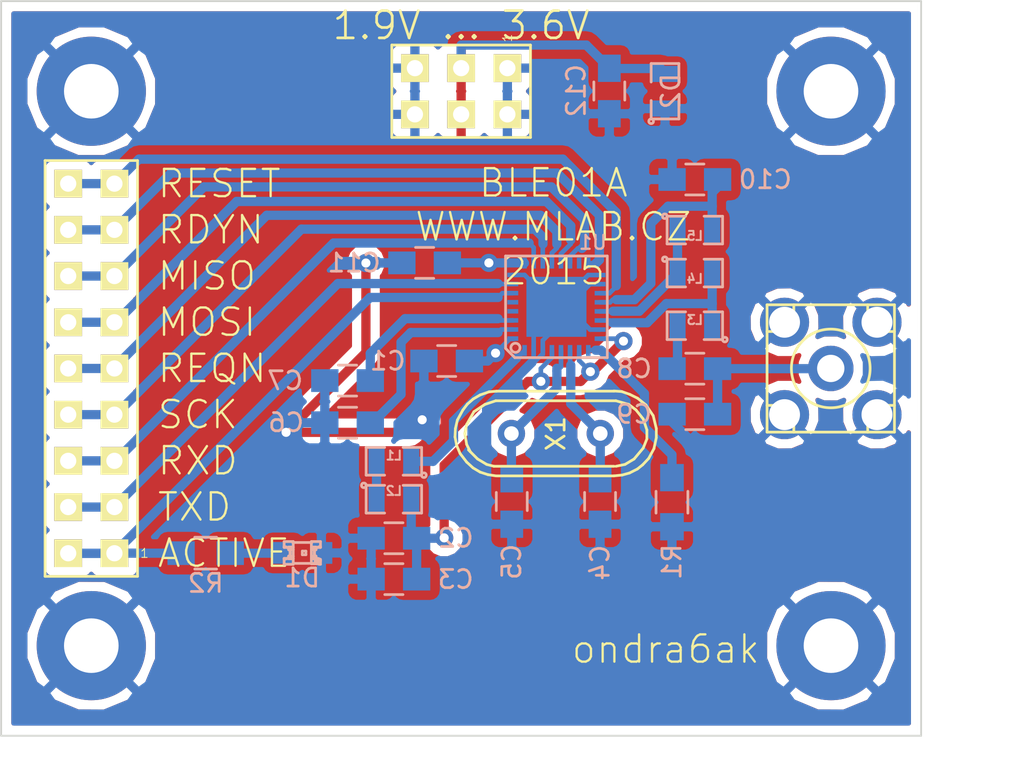
<source format=kicad_pcb>
(kicad_pcb (version 4) (host pcbnew "(2015-01-20 BZR 5382)-product")

  (general
    (links 82)
    (no_connects 0)
    (area 106.666215 95.6945 175.3472 140.903101)
    (thickness 1.6)
    (drawings 17)
    (tracks 246)
    (zones 0)
    (modules 30)
    (nets 26)
  )

  (page A4)
  (title_block
    (title BLE01)
    (date "20. 1. 2015")
    (rev A)
    (company "Mlab www.mlab.cz")
    (comment 1 "Module with the NRF8001 Bluetooth Low Energy chip from Nordic Semiconductor")
    (comment 2 "ondra6ak <ondra6ak@gmail.com>")
  )

  (layers
    (0 F.Cu signal)
    (31 B.Cu signal)
    (32 B.Adhes user)
    (33 F.Adhes user)
    (34 B.Paste user)
    (35 F.Paste user)
    (36 B.SilkS user)
    (37 F.SilkS user)
    (38 B.Mask user)
    (39 F.Mask user)
    (40 Dwgs.User user)
    (41 Cmts.User user)
    (42 Eco1.User user)
    (43 Eco2.User user)
    (44 Edge.Cuts user)
    (45 Margin user)
    (46 B.CrtYd user)
    (47 F.CrtYd user)
    (48 B.Fab user)
    (49 F.Fab user)
  )

  (setup
    (last_trace_width 0.508)
    (user_trace_width 0.254)
    (user_trace_width 0.508)
    (user_trace_width 1.532)
    (trace_clearance 0.254)
    (zone_clearance 0.508)
    (zone_45_only no)
    (trace_min 0.254)
    (segment_width 0.2)
    (edge_width 0.1)
    (via_size 1)
    (via_drill 0.5)
    (via_min_size 1)
    (via_min_drill 0.5)
    (uvia_size 0.5)
    (uvia_drill 0.25)
    (uvias_allowed no)
    (uvia_min_size 0.5)
    (uvia_min_drill 0.25)
    (pcb_text_width 0.127)
    (pcb_text_size 1.5 1.5)
    (mod_edge_width 0.127)
    (mod_text_size 1 1)
    (mod_text_width 0.127)
    (pad_size 1.524 1.524)
    (pad_drill 0.889)
    (pad_to_mask_clearance 0)
    (aux_axis_origin 0 0)
    (visible_elements FFFFFF7F)
    (pcbplotparams
      (layerselection 0x01130_80000001)
      (usegerberextensions false)
      (excludeedgelayer true)
      (linewidth 0.127000)
      (plotframeref false)
      (viasonmask false)
      (mode 1)
      (useauxorigin false)
      (hpglpennumber 1)
      (hpglpenspeed 20)
      (hpglpendiameter 15)
      (hpglpenoverlay 2)
      (psnegative false)
      (psa4output false)
      (plotreference true)
      (plotvalue false)
      (plotinvisibletext false)
      (padsonsilk false)
      (subtractmaskfromsilk false)
      (outputformat 1)
      (mirror false)
      (drillshape 0)
      (scaleselection 1)
      (outputdirectory gerber/))
  )

  (net 0 "")
  (net 1 GND)
  (net 2 /AVDD)
  (net 3 "Net-(C8-Pad1)")
  (net 4 /VDD_PA)
  (net 5 /XC2)
  (net 6 /XC1)
  (net 7 /ACTIVE)
  (net 8 /SCK)
  (net 9 /REQN)
  (net 10 /MOSI)
  (net 11 /MISO)
  (net 12 /RDYN)
  (net 13 /TXD)
  (net 14 /RXD)
  (net 15 /RESET)
  (net 16 /ANT2)
  (net 17 /ANT1)
  (net 18 "Net-(R1-Pad2)")
  (net 19 VCC)
  (net 20 "Net-(C7-Pad1)")
  (net 21 "Net-(L1-Pad1)")
  (net 22 "Net-(L1-Pad2)")
  (net 23 "Net-(C6-Pad1)")
  (net 24 "Net-(C8-Pad2)")
  (net 25 "Net-(D1-Pad1)")

  (net_class Default "This is the default net class."
    (clearance 0.254)
    (trace_width 0.254)
    (via_dia 1)
    (via_drill 0.5)
    (uvia_dia 0.5)
    (uvia_drill 0.25)
    (add_net /ACTIVE)
    (add_net /ANT1)
    (add_net /ANT2)
    (add_net /AVDD)
    (add_net /MISO)
    (add_net /MOSI)
    (add_net /RDYN)
    (add_net /REQN)
    (add_net /RESET)
    (add_net /RXD)
    (add_net /SCK)
    (add_net /TXD)
    (add_net /VDD_PA)
    (add_net /XC1)
    (add_net /XC2)
    (add_net GND)
    (add_net "Net-(C6-Pad1)")
    (add_net "Net-(C7-Pad1)")
    (add_net "Net-(C8-Pad1)")
    (add_net "Net-(C8-Pad2)")
    (add_net "Net-(D1-Pad1)")
    (add_net "Net-(L1-Pad1)")
    (add_net "Net-(L1-Pad2)")
    (add_net "Net-(R1-Pad2)")
    (add_net VCC)
  )

  (module SMD_Packages:SMD-0805 placed (layer B.Cu) (tedit 549FCE36) (tstamp 54B2DAB8)
    (at 153.6192 109.2962)
    (path /5463D533)
    (attr smd)
    (fp_text reference L5 (at 0 0.3175) (layer B.SilkS)
      (effects (font (size 0.50038 0.50038) (thickness 0.10922)) (justify mirror))
    )
    (fp_text value 5.6nH (at 0 -0.381) (layer B.SilkS) hide
      (effects (font (size 0.50038 0.50038) (thickness 0.10922)) (justify mirror))
    )
    (fp_circle (center -1.651 -0.762) (end -1.651 -0.635) (layer B.SilkS) (width 0.15))
    (fp_line (start -0.508 -0.762) (end -1.524 -0.762) (layer B.SilkS) (width 0.15))
    (fp_line (start -1.524 -0.762) (end -1.524 0.762) (layer B.SilkS) (width 0.15))
    (fp_line (start -1.524 0.762) (end -0.508 0.762) (layer B.SilkS) (width 0.15))
    (fp_line (start 0.508 0.762) (end 1.524 0.762) (layer B.SilkS) (width 0.15))
    (fp_line (start 1.524 0.762) (end 1.524 -0.762) (layer B.SilkS) (width 0.15))
    (fp_line (start 1.524 -0.762) (end 0.508 -0.762) (layer B.SilkS) (width 0.15))
    (pad 1 smd rect (at -0.9525 0) (size 0.889 1.397) (layers B.Cu B.Paste B.Mask)
      (net 17 /ANT1))
    (pad 2 smd rect (at 0.9525 0) (size 0.889 1.397) (layers B.Cu B.Paste B.Mask)
      (net 4 /VDD_PA))
    (model smd/chip_cms.wrl
      (at (xyz 0 0 0))
      (scale (xyz 0.1 0.1 0.1))
      (rotate (xyz 0 0 0))
    )
  )

  (module Capacitors_SMD:C_0805_HandSoldering placed (layer B.Cu) (tedit 54A7A65F) (tstamp 54BE47C6)
    (at 134.53872 117.57152 180)
    (descr "Capacitor SMD 0805, hand soldering")
    (tags "capacitor 0805")
    (path /5463DF60)
    (attr smd)
    (fp_text reference C7 (at 3.429 -0.00508 180) (layer B.SilkS)
      (effects (font (size 1 1) (thickness 0.15)) (justify mirror))
    )
    (fp_text value 33nF (at 0 -2.1 180) (layer B.SilkS) hide
      (effects (font (size 1 1) (thickness 0.15)) (justify mirror))
    )
    (fp_line (start -2.3 1) (end 2.3 1) (layer B.CrtYd) (width 0.05))
    (fp_line (start -2.3 -1) (end 2.3 -1) (layer B.CrtYd) (width 0.05))
    (fp_line (start -2.3 1) (end -2.3 -1) (layer B.CrtYd) (width 0.05))
    (fp_line (start 2.3 1) (end 2.3 -1) (layer B.CrtYd) (width 0.05))
    (fp_line (start 0.5 0.85) (end -0.5 0.85) (layer B.SilkS) (width 0.15))
    (fp_line (start -0.5 -0.85) (end 0.5 -0.85) (layer B.SilkS) (width 0.15))
    (pad 1 smd rect (at -1.25 0 180) (size 1.5 1.25) (layers B.Cu B.Paste B.Mask)
      (net 20 "Net-(C7-Pad1)"))
    (pad 2 smd rect (at 1.25 0 180) (size 1.5 1.25) (layers B.Cu B.Paste B.Mask)
      (net 1 GND))
    (model Capacitors_SMD/C_0805N.wrl
      (at (xyz 0 0 0))
      (scale (xyz 1 1 1))
      (rotate (xyz 0 0 0))
    )
  )

  (module SMD_Packages:QFN-32-1EP placed (layer B.Cu) (tedit 54A7B3EC) (tstamp 549FD084)
    (at 146.01444 113.51514)
    (descr QFN-32-1EP)
    (path /5463A669)
    (attr smd)
    (fp_text reference U1 (at 2.00025 -3.53695) (layer B.SilkS)
      (effects (font (size 0.762 0.762) (thickness 0.127)) (justify mirror))
    )
    (fp_text value NRF8001 (at 3.937 2.667) (layer B.SilkS) hide
      (effects (font (size 0.762 0.635) (thickness 0.1524)) (justify mirror))
    )
    (fp_line (start 2.794 -2.794) (end -2.794 -2.794) (layer B.SilkS) (width 0.15))
    (fp_line (start -2.794 -2.794) (end -2.794 -2.667) (layer B.SilkS) (width 0.15))
    (fp_line (start -2.286 2.794) (end 2.794 2.794) (layer B.SilkS) (width 0.15))
    (fp_line (start 2.794 2.794) (end 2.794 -2.794) (layer B.SilkS) (width 0.15))
    (fp_line (start -2.794 -2.667) (end -2.794 2.286) (layer B.SilkS) (width 0.15))
    (fp_line (start -2.794 2.286) (end -2.286 2.794) (layer B.SilkS) (width 0.15))
    (fp_circle (center -2.25298 2.25298) (end -2.25298 2.50444) (layer B.SilkS) (width 0.15))
    (pad 1 smd rect (at -2.39776 1.74752) (size 0.59944 0.24892) (layers B.Cu B.Paste B.Mask)
      (net 19 VCC))
    (pad 2 smd rect (at -2.39776 1.24714) (size 0.59944 0.24892) (layers B.Cu B.Paste B.Mask)
      (net 23 "Net-(C6-Pad1)"))
    (pad 3 smd rect (at -2.39776 0.74676) (size 0.59944 0.24892) (layers B.Cu B.Paste B.Mask)
      (net 20 "Net-(C7-Pad1)"))
    (pad 4 smd rect (at -2.39776 0.24638) (size 0.59944 0.24892) (layers B.Cu B.Paste B.Mask))
    (pad 5 smd rect (at -2.39776 -0.25146) (size 0.59944 0.24892) (layers B.Cu B.Paste B.Mask))
    (pad 6 smd rect (at -2.39776 -0.75184) (size 0.59944 0.24892) (layers B.Cu B.Paste B.Mask)
      (net 7 /ACTIVE))
    (pad 7 smd rect (at -2.39776 -1.25222) (size 0.59944 0.24892) (layers B.Cu B.Paste B.Mask)
      (net 13 /TXD))
    (pad 8 smd rect (at -2.39776 -1.7526) (size 0.59944 0.24892) (layers B.Cu B.Paste B.Mask)
      (net 1 GND))
    (pad 13 smd rect (at 0.24892 -2.40284) (size 0.24892 0.59944) (layers B.Cu B.Paste B.Mask)
      (net 10 /MOSI))
    (pad 14 smd rect (at 0.74676 -2.40284) (size 0.24892 0.59944) (layers B.Cu B.Paste B.Mask)
      (net 11 /MISO))
    (pad 15 smd rect (at 1.24714 -2.40284) (size 0.24892 0.59944) (layers B.Cu B.Paste B.Mask))
    (pad 16 smd rect (at 1.74752 -2.40284) (size 0.24892 0.59944) (layers B.Cu B.Paste B.Mask)
      (net 12 /RDYN))
    (pad 33 smd rect (at 0 0) (size 3.29946 3.29946) (layers B.Cu B.Paste B.Mask)
      (net 1 GND))
    (pad 9 smd rect (at -1.75006 -2.40284) (size 0.24892 0.59944) (layers B.Cu B.Paste B.Mask)
      (net 19 VCC))
    (pad 10 smd rect (at -1.24968 -2.40284) (size 0.24892 0.59944) (layers B.Cu B.Paste B.Mask)
      (net 14 /RXD))
    (pad 11 smd rect (at -0.7493 -2.40284) (size 0.24892 0.59944) (layers B.Cu B.Paste B.Mask)
      (net 8 /SCK))
    (pad 12 smd rect (at -0.25146 -2.40284) (size 0.24892 0.59944) (layers B.Cu B.Paste B.Mask)
      (net 9 /REQN))
    (pad 17 smd rect (at 2.39776 -1.74752) (size 0.59944 0.24892) (layers B.Cu B.Paste B.Mask)
      (net 1 GND))
    (pad 18 smd rect (at 2.4003 -1.24714) (size 0.59944 0.24892) (layers B.Cu B.Paste B.Mask)
      (net 1 GND))
    (pad 19 smd rect (at 2.4003 -0.7493) (size 0.59944 0.24892) (layers B.Cu B.Paste B.Mask)
      (net 15 /RESET))
    (pad 20 smd rect (at 2.4003 -0.24892) (size 0.59944 0.24892) (layers B.Cu B.Paste B.Mask)
      (net 4 /VDD_PA))
    (pad 21 smd rect (at 2.4003 0.25146) (size 0.59944 0.24892) (layers B.Cu B.Paste B.Mask)
      (net 17 /ANT1))
    (pad 22 smd rect (at 2.4003 0.75184) (size 0.59944 0.24892) (layers B.Cu B.Paste B.Mask)
      (net 16 /ANT2))
    (pad 23 smd rect (at 2.4003 1.25222) (size 0.59944 0.24892) (layers B.Cu B.Paste B.Mask)
      (net 1 GND))
    (pad 24 smd rect (at 2.4003 1.7526) (size 0.59944 0.24892) (layers B.Cu B.Paste B.Mask)
      (net 2 /AVDD))
    (pad 25 smd rect (at 1.75006 2.4003) (size 0.24892 0.59944) (layers B.Cu B.Paste B.Mask)
      (net 18 "Net-(R1-Pad2)"))
    (pad 26 smd rect (at 1.24968 2.4003) (size 0.24892 0.59944) (layers B.Cu B.Paste B.Mask)
      (net 2 /AVDD))
    (pad 27 smd rect (at 0.7493 2.4003) (size 0.24892 0.59944) (layers B.Cu B.Paste B.Mask)
      (net 5 /XC2))
    (pad 28 smd rect (at 0.25146 2.4003) (size 0.24892 0.59944) (layers B.Cu B.Paste B.Mask)
      (net 6 /XC1))
    (pad 29 smd rect (at -0.24892 2.4003) (size 0.24892 0.59944) (layers B.Cu B.Paste B.Mask)
      (net 2 /AVDD))
    (pad 30 smd rect (at -0.7493 2.4003) (size 0.24892 0.59944) (layers B.Cu B.Paste B.Mask)
      (net 1 GND))
    (pad 31 smd rect (at -1.24968 2.4003) (size 0.24892 0.59944) (layers B.Cu B.Paste B.Mask)
      (net 1 GND))
    (pad 32 smd rect (at -1.75006 2.4003) (size 0.24892 0.59944) (layers B.Cu B.Paste B.Mask)
      (net 21 "Net-(L1-Pad1)"))
  )

  (module Capacitors_SMD:C_0805_HandSoldering placed (layer B.Cu) (tedit 54A92E01) (tstamp 54BE47D3)
    (at 139.98448 116.49456 180)
    (descr "Capacitor SMD 0805, hand soldering")
    (tags "capacitor 0805")
    (path /54875CD9)
    (attr smd)
    (fp_text reference C1 (at 3.2385 0 180) (layer B.SilkS)
      (effects (font (size 1 1) (thickness 0.15)) (justify mirror))
    )
    (fp_text value 100nF (at 0 -2.1 180) (layer B.SilkS) hide
      (effects (font (size 1 1) (thickness 0.15)) (justify mirror))
    )
    (fp_line (start -2.3 1) (end 2.3 1) (layer B.CrtYd) (width 0.05))
    (fp_line (start -2.3 -1) (end 2.3 -1) (layer B.CrtYd) (width 0.05))
    (fp_line (start -2.3 1) (end -2.3 -1) (layer B.CrtYd) (width 0.05))
    (fp_line (start 2.3 1) (end 2.3 -1) (layer B.CrtYd) (width 0.05))
    (fp_line (start 0.5 0.85) (end -0.5 0.85) (layer B.SilkS) (width 0.15))
    (fp_line (start -0.5 -0.85) (end 0.5 -0.85) (layer B.SilkS) (width 0.15))
    (pad 1 smd rect (at -1.25 0 180) (size 1.5 1.25) (layers B.Cu B.Paste B.Mask)
      (net 19 VCC))
    (pad 2 smd rect (at 1.25 0 180) (size 1.5 1.25) (layers B.Cu B.Paste B.Mask)
      (net 1 GND))
    (model Capacitors_SMD/C_0805N.wrl
      (at (xyz 0 0 0))
      (scale (xyz 1 1 1))
      (rotate (xyz 0 0 0))
    )
  )

  (module Capacitors_SMD:C_0805_HandSoldering placed (layer B.Cu) (tedit 54BEA8A3) (tstamp 54BE47ED)
    (at 137.0838 126.238 180)
    (descr "Capacitor SMD 0805, hand soldering")
    (tags "capacitor 0805")
    (path /5463CB28)
    (attr smd)
    (fp_text reference C2 (at -3.39852 0.00508 180) (layer B.SilkS)
      (effects (font (size 1 1) (thickness 0.15)) (justify mirror))
    )
    (fp_text value 1nF (at 0 -2.1 180) (layer B.SilkS) hide
      (effects (font (size 1 1) (thickness 0.15)) (justify mirror))
    )
    (fp_line (start -2.3 1) (end 2.3 1) (layer B.CrtYd) (width 0.05))
    (fp_line (start -2.3 -1) (end 2.3 -1) (layer B.CrtYd) (width 0.05))
    (fp_line (start -2.3 1) (end -2.3 -1) (layer B.CrtYd) (width 0.05))
    (fp_line (start 2.3 1) (end 2.3 -1) (layer B.CrtYd) (width 0.05))
    (fp_line (start 0.5 0.85) (end -0.5 0.85) (layer B.SilkS) (width 0.15))
    (fp_line (start -0.5 -0.85) (end 0.5 -0.85) (layer B.SilkS) (width 0.15))
    (pad 1 smd rect (at -1.25 0 180) (size 1.5 1.25) (layers B.Cu B.Paste B.Mask)
      (net 2 /AVDD))
    (pad 2 smd rect (at 1.25 0 180) (size 1.5 1.25) (layers B.Cu B.Paste B.Mask)
      (net 1 GND))
    (model Capacitors_SMD/C_0805N.wrl
      (at (xyz 0 0 0))
      (scale (xyz 1 1 1))
      (rotate (xyz 0 0 0))
    )
  )

  (module Capacitors_SMD:C_0805_HandSoldering placed (layer B.Cu) (tedit 54B27248) (tstamp 54A814CB)
    (at 148.4122 124.2187 270)
    (descr "Capacitor SMD 0805, hand soldering")
    (tags "capacitor 0805")
    (path /5463CB53)
    (attr smd)
    (fp_text reference C4 (at 3.3655 0 270) (layer B.SilkS)
      (effects (font (size 1 1) (thickness 0.15)) (justify mirror))
    )
    (fp_text value 12pF (at 0 -2.1 270) (layer B.SilkS) hide
      (effects (font (size 1 1) (thickness 0.15)) (justify mirror))
    )
    (fp_line (start -2.3 1) (end 2.3 1) (layer B.CrtYd) (width 0.05))
    (fp_line (start -2.3 -1) (end 2.3 -1) (layer B.CrtYd) (width 0.05))
    (fp_line (start -2.3 1) (end -2.3 -1) (layer B.CrtYd) (width 0.05))
    (fp_line (start 2.3 1) (end 2.3 -1) (layer B.CrtYd) (width 0.05))
    (fp_line (start 0.5 0.85) (end -0.5 0.85) (layer B.SilkS) (width 0.15))
    (fp_line (start -0.5 -0.85) (end 0.5 -0.85) (layer B.SilkS) (width 0.15))
    (pad 1 smd rect (at -1.25 0 270) (size 1.5 1.25) (layers B.Cu B.Paste B.Mask)
      (net 5 /XC2))
    (pad 2 smd rect (at 1.25 0 270) (size 1.5 1.25) (layers B.Cu B.Paste B.Mask)
      (net 1 GND))
    (model Capacitors_SMD/C_0805N.wrl
      (at (xyz 0 0 0))
      (scale (xyz 1 1 1))
      (rotate (xyz 0 0 0))
    )
  )

  (module Capacitors_SMD:C_0805_HandSoldering placed (layer B.Cu) (tedit 54BE06FD) (tstamp 54B2AC9E)
    (at 143.5608 124.2187 270)
    (descr "Capacitor SMD 0805, hand soldering")
    (tags "capacitor 0805")
    (path /5463CABB)
    (attr smd)
    (fp_text reference C5 (at 3.31724 0.00508 270) (layer B.SilkS)
      (effects (font (size 1 1) (thickness 0.15)) (justify mirror))
    )
    (fp_text value 12pF (at 0 -2.1 270) (layer B.SilkS) hide
      (effects (font (size 1 1) (thickness 0.15)) (justify mirror))
    )
    (fp_line (start -2.3 1) (end 2.3 1) (layer B.CrtYd) (width 0.05))
    (fp_line (start -2.3 -1) (end 2.3 -1) (layer B.CrtYd) (width 0.05))
    (fp_line (start -2.3 1) (end -2.3 -1) (layer B.CrtYd) (width 0.05))
    (fp_line (start 2.3 1) (end 2.3 -1) (layer B.CrtYd) (width 0.05))
    (fp_line (start 0.5 0.85) (end -0.5 0.85) (layer B.SilkS) (width 0.15))
    (fp_line (start -0.5 -0.85) (end 0.5 -0.85) (layer B.SilkS) (width 0.15))
    (pad 1 smd rect (at -1.25 0 270) (size 1.5 1.25) (layers B.Cu B.Paste B.Mask)
      (net 6 /XC1))
    (pad 2 smd rect (at 1.25 0 270) (size 1.5 1.25) (layers B.Cu B.Paste B.Mask)
      (net 1 GND))
    (model Capacitors_SMD/C_0805N.wrl
      (at (xyz 0 0 0))
      (scale (xyz 1 1 1))
      (rotate (xyz 0 0 0))
    )
  )

  (module Capacitors_SMD:C_0805_HandSoldering placed (layer B.Cu) (tedit 54A92DEF) (tstamp 54BE47E0)
    (at 134.53872 119.888 180)
    (descr "Capacitor SMD 0805, hand soldering")
    (tags "capacitor 0805")
    (path /5463E21E)
    (attr smd)
    (fp_text reference C6 (at 3.3782 0.0127 180) (layer B.SilkS)
      (effects (font (size 1 1) (thickness 0.15)) (justify mirror))
    )
    (fp_text value 100nF (at 0 -2.1 180) (layer B.SilkS) hide
      (effects (font (size 1 1) (thickness 0.15)) (justify mirror))
    )
    (fp_line (start -2.3 1) (end 2.3 1) (layer B.CrtYd) (width 0.05))
    (fp_line (start -2.3 -1) (end 2.3 -1) (layer B.CrtYd) (width 0.05))
    (fp_line (start -2.3 1) (end -2.3 -1) (layer B.CrtYd) (width 0.05))
    (fp_line (start 2.3 1) (end 2.3 -1) (layer B.CrtYd) (width 0.05))
    (fp_line (start 0.5 0.85) (end -0.5 0.85) (layer B.SilkS) (width 0.15))
    (fp_line (start -0.5 -0.85) (end 0.5 -0.85) (layer B.SilkS) (width 0.15))
    (pad 1 smd rect (at -1.25 0 180) (size 1.5 1.25) (layers B.Cu B.Paste B.Mask)
      (net 23 "Net-(C6-Pad1)"))
    (pad 2 smd rect (at 1.25 0 180) (size 1.5 1.25) (layers B.Cu B.Paste B.Mask)
      (net 1 GND))
    (model Capacitors_SMD/C_0805N.wrl
      (at (xyz 0 0 0))
      (scale (xyz 1 1 1))
      (rotate (xyz 0 0 0))
    )
  )

  (module Capacitors_SMD:C_0805_HandSoldering placed (layer B.Cu) (tedit 54BD6535) (tstamp 54A99DB8)
    (at 153.6192 116.9162)
    (descr "Capacitor SMD 0805, hand soldering")
    (tags "capacitor 0805")
    (path /5463D5AF)
    (attr smd)
    (fp_text reference C8 (at -3.3401 0) (layer B.SilkS)
      (effects (font (size 1 1) (thickness 0.15)) (justify mirror))
    )
    (fp_text value 1.8pF (at 0 -2.1) (layer B.SilkS) hide
      (effects (font (size 1 1) (thickness 0.15)) (justify mirror))
    )
    (fp_line (start -2.3 1) (end 2.3 1) (layer B.CrtYd) (width 0.05))
    (fp_line (start -2.3 -1) (end 2.3 -1) (layer B.CrtYd) (width 0.05))
    (fp_line (start -2.3 1) (end -2.3 -1) (layer B.CrtYd) (width 0.05))
    (fp_line (start 2.3 1) (end 2.3 -1) (layer B.CrtYd) (width 0.05))
    (fp_line (start 0.5 0.85) (end -0.5 0.85) (layer B.SilkS) (width 0.15))
    (fp_line (start -0.5 -0.85) (end 0.5 -0.85) (layer B.SilkS) (width 0.15))
    (pad 1 smd rect (at -1.25 0) (size 1.5 1.25) (layers B.Cu B.Paste B.Mask)
      (net 3 "Net-(C8-Pad1)"))
    (pad 2 smd rect (at 1.25 0) (size 1.5 1.25) (layers B.Cu B.Paste B.Mask)
      (net 24 "Net-(C8-Pad2)"))
    (model Capacitors_SMD/C_0805N.wrl
      (at (xyz 0 0 0))
      (scale (xyz 1 1 1))
      (rotate (xyz 0 0 0))
    )
  )

  (module Capacitors_SMD:C_0805_HandSoldering placed (layer B.Cu) (tedit 54BD6521) (tstamp 54B2E26A)
    (at 153.6192 119.4181 180)
    (descr "Capacitor SMD 0805, hand soldering")
    (tags "capacitor 0805")
    (path /5463E415)
    (attr smd)
    (fp_text reference C9 (at 3.3401 0 180) (layer B.SilkS)
      (effects (font (size 1 1) (thickness 0.15)) (justify mirror))
    )
    (fp_text value 1.2pF (at 0 -2.1 180) (layer B.SilkS) hide
      (effects (font (size 1 1) (thickness 0.15)) (justify mirror))
    )
    (fp_line (start -2.3 1) (end 2.3 1) (layer B.CrtYd) (width 0.05))
    (fp_line (start -2.3 -1) (end 2.3 -1) (layer B.CrtYd) (width 0.05))
    (fp_line (start -2.3 1) (end -2.3 -1) (layer B.CrtYd) (width 0.05))
    (fp_line (start 2.3 1) (end 2.3 -1) (layer B.CrtYd) (width 0.05))
    (fp_line (start 0.5 0.85) (end -0.5 0.85) (layer B.SilkS) (width 0.15))
    (fp_line (start -0.5 -0.85) (end 0.5 -0.85) (layer B.SilkS) (width 0.15))
    (pad 1 smd rect (at -1.25 0 180) (size 1.5 1.25) (layers B.Cu B.Paste B.Mask)
      (net 24 "Net-(C8-Pad2)"))
    (pad 2 smd rect (at 1.25 0 180) (size 1.5 1.25) (layers B.Cu B.Paste B.Mask)
      (net 1 GND))
    (model Capacitors_SMD/C_0805N.wrl
      (at (xyz 0 0 0))
      (scale (xyz 1 1 1))
      (rotate (xyz 0 0 0))
    )
  )

  (module Capacitors_SMD:C_0805_HandSoldering placed (layer B.Cu) (tedit 54A6FC28) (tstamp 54B2DA9D)
    (at 153.6192 106.5149 180)
    (descr "Capacitor SMD 0805, hand soldering")
    (tags "capacitor 0805")
    (path /5463D807)
    (attr smd)
    (fp_text reference C10 (at -3.8735 0 180) (layer B.SilkS)
      (effects (font (size 1 1) (thickness 0.15)) (justify mirror))
    )
    (fp_text value 2.2nF (at 0 -2.1 180) (layer B.SilkS) hide
      (effects (font (size 1 1) (thickness 0.15)) (justify mirror))
    )
    (fp_line (start -2.3 1) (end 2.3 1) (layer B.CrtYd) (width 0.05))
    (fp_line (start -2.3 -1) (end 2.3 -1) (layer B.CrtYd) (width 0.05))
    (fp_line (start -2.3 1) (end -2.3 -1) (layer B.CrtYd) (width 0.05))
    (fp_line (start 2.3 1) (end 2.3 -1) (layer B.CrtYd) (width 0.05))
    (fp_line (start 0.5 0.85) (end -0.5 0.85) (layer B.SilkS) (width 0.15))
    (fp_line (start -0.5 -0.85) (end 0.5 -0.85) (layer B.SilkS) (width 0.15))
    (pad 1 smd rect (at -1.25 0 180) (size 1.5 1.25) (layers B.Cu B.Paste B.Mask)
      (net 4 /VDD_PA))
    (pad 2 smd rect (at 1.25 0 180) (size 1.5 1.25) (layers B.Cu B.Paste B.Mask)
      (net 1 GND))
    (model Capacitors_SMD/C_0805N.wrl
      (at (xyz 0 0 0))
      (scale (xyz 1 1 1))
      (rotate (xyz 0 0 0))
    )
  )

  (module Capacitors_SMD:C_0805_HandSoldering placed (layer B.Cu) (tedit 54A6FC35) (tstamp 54B2DA90)
    (at 138.7729 111.0996 180)
    (descr "Capacitor SMD 0805, hand soldering")
    (tags "capacitor 0805")
    (path /5463C409)
    (attr smd)
    (fp_text reference C11 (at 3.8735 0 180) (layer B.SilkS)
      (effects (font (size 1 1) (thickness 0.15)) (justify mirror))
    )
    (fp_text value 100nF (at 0 -2.1 180) (layer B.SilkS) hide
      (effects (font (size 1 1) (thickness 0.15)) (justify mirror))
    )
    (fp_line (start -2.3 1) (end 2.3 1) (layer B.CrtYd) (width 0.05))
    (fp_line (start -2.3 -1) (end 2.3 -1) (layer B.CrtYd) (width 0.05))
    (fp_line (start -2.3 1) (end -2.3 -1) (layer B.CrtYd) (width 0.05))
    (fp_line (start 2.3 1) (end 2.3 -1) (layer B.CrtYd) (width 0.05))
    (fp_line (start 0.5 0.85) (end -0.5 0.85) (layer B.SilkS) (width 0.15))
    (fp_line (start -0.5 -0.85) (end 0.5 -0.85) (layer B.SilkS) (width 0.15))
    (pad 1 smd rect (at -1.25 0 180) (size 1.5 1.25) (layers B.Cu B.Paste B.Mask)
      (net 19 VCC))
    (pad 2 smd rect (at 1.25 0 180) (size 1.5 1.25) (layers B.Cu B.Paste B.Mask)
      (net 1 GND))
    (model Capacitors_SMD/C_0805N.wrl
      (at (xyz 0 0 0))
      (scale (xyz 1 1 1))
      (rotate (xyz 0 0 0))
    )
  )

  (module Capacitors_SMD:C_0805_HandSoldering placed (layer B.Cu) (tedit 54A7B3F5) (tstamp 54B2DAAA)
    (at 148.9202 101.6508 270)
    (descr "Capacitor SMD 0805, hand soldering")
    (tags "capacitor 0805")
    (path /5463A888)
    (attr smd)
    (fp_text reference C12 (at -0.01905 1.82245 270) (layer B.SilkS)
      (effects (font (size 1 1) (thickness 0.15)) (justify mirror))
    )
    (fp_text value 22uF/6.3V (at 0 -2.1 270) (layer B.SilkS) hide
      (effects (font (size 1 1) (thickness 0.15)) (justify mirror))
    )
    (fp_line (start -2.3 1) (end 2.3 1) (layer B.CrtYd) (width 0.05))
    (fp_line (start -2.3 -1) (end 2.3 -1) (layer B.CrtYd) (width 0.05))
    (fp_line (start -2.3 1) (end -2.3 -1) (layer B.CrtYd) (width 0.05))
    (fp_line (start 2.3 1) (end 2.3 -1) (layer B.CrtYd) (width 0.05))
    (fp_line (start 0.5 0.85) (end -0.5 0.85) (layer B.SilkS) (width 0.15))
    (fp_line (start -0.5 -0.85) (end 0.5 -0.85) (layer B.SilkS) (width 0.15))
    (pad 1 smd rect (at -1.25 0 270) (size 1.5 1.25) (layers B.Cu B.Paste B.Mask)
      (net 19 VCC))
    (pad 2 smd rect (at 1.25 0 270) (size 1.5 1.25) (layers B.Cu B.Paste B.Mask)
      (net 1 GND))
    (model Capacitors_SMD/C_0805N.wrl
      (at (xyz 0 0 0))
      (scale (xyz 1 1 1))
      (rotate (xyz 0 0 0))
    )
  )

  (module SMD_Packages:SMD-0805 placed (layer B.Cu) (tedit 549FCE2F) (tstamp 54BE47FB)
    (at 137.0838 122.0089 180)
    (path /5463C834)
    (attr smd)
    (fp_text reference L1 (at 0 0.3175 180) (layer B.SilkS)
      (effects (font (size 0.50038 0.50038) (thickness 0.10922)) (justify mirror))
    )
    (fp_text value 10uH (at 0 -0.381 180) (layer B.SilkS) hide
      (effects (font (size 0.50038 0.50038) (thickness 0.10922)) (justify mirror))
    )
    (fp_circle (center -1.651 -0.762) (end -1.651 -0.635) (layer B.SilkS) (width 0.15))
    (fp_line (start -0.508 -0.762) (end -1.524 -0.762) (layer B.SilkS) (width 0.15))
    (fp_line (start -1.524 -0.762) (end -1.524 0.762) (layer B.SilkS) (width 0.15))
    (fp_line (start -1.524 0.762) (end -0.508 0.762) (layer B.SilkS) (width 0.15))
    (fp_line (start 0.508 0.762) (end 1.524 0.762) (layer B.SilkS) (width 0.15))
    (fp_line (start 1.524 0.762) (end 1.524 -0.762) (layer B.SilkS) (width 0.15))
    (fp_line (start 1.524 -0.762) (end 0.508 -0.762) (layer B.SilkS) (width 0.15))
    (pad 1 smd rect (at -0.9525 0 180) (size 0.889 1.397) (layers B.Cu B.Paste B.Mask)
      (net 21 "Net-(L1-Pad1)"))
    (pad 2 smd rect (at 0.9525 0 180) (size 0.889 1.397) (layers B.Cu B.Paste B.Mask)
      (net 22 "Net-(L1-Pad2)"))
    (model smd/chip_cms.wrl
      (at (xyz 0 0 0))
      (scale (xyz 0.1 0.1 0.1))
      (rotate (xyz 0 0 0))
    )
  )

  (module SMD_Packages:SMD-0805 placed (layer B.Cu) (tedit 54A704D4) (tstamp 54BE4809)
    (at 137.0838 124.0917)
    (path /5463C9FA)
    (attr smd)
    (fp_text reference L2 (at 0 -0.4572) (layer B.SilkS)
      (effects (font (size 0.50038 0.50038) (thickness 0.10922)) (justify mirror))
    )
    (fp_text value 15nH (at 0 -0.381) (layer B.SilkS) hide
      (effects (font (size 0.50038 0.50038) (thickness 0.10922)) (justify mirror))
    )
    (fp_circle (center -1.651 -0.762) (end -1.651 -0.635) (layer B.SilkS) (width 0.15))
    (fp_line (start -0.508 -0.762) (end -1.524 -0.762) (layer B.SilkS) (width 0.15))
    (fp_line (start -1.524 -0.762) (end -1.524 0.762) (layer B.SilkS) (width 0.15))
    (fp_line (start -1.524 0.762) (end -0.508 0.762) (layer B.SilkS) (width 0.15))
    (fp_line (start 0.508 0.762) (end 1.524 0.762) (layer B.SilkS) (width 0.15))
    (fp_line (start 1.524 0.762) (end 1.524 -0.762) (layer B.SilkS) (width 0.15))
    (fp_line (start 1.524 -0.762) (end 0.508 -0.762) (layer B.SilkS) (width 0.15))
    (pad 1 smd rect (at -0.9525 0) (size 0.889 1.397) (layers B.Cu B.Paste B.Mask)
      (net 22 "Net-(L1-Pad2)"))
    (pad 2 smd rect (at 0.9525 0) (size 0.889 1.397) (layers B.Cu B.Paste B.Mask)
      (net 2 /AVDD))
    (model smd/chip_cms.wrl
      (at (xyz 0 0 0))
      (scale (xyz 0.1 0.1 0.1))
      (rotate (xyz 0 0 0))
    )
  )

  (module SMD_Packages:SMD-0805 placed (layer B.Cu) (tedit 549FCE24) (tstamp 54B2DA83)
    (at 153.6192 114.554 180)
    (path /5463D4F2)
    (attr smd)
    (fp_text reference L3 (at 0 0.3175 180) (layer B.SilkS)
      (effects (font (size 0.50038 0.50038) (thickness 0.10922)) (justify mirror))
    )
    (fp_text value 3.9nH (at 0 -0.381 180) (layer B.SilkS) hide
      (effects (font (size 0.50038 0.50038) (thickness 0.10922)) (justify mirror))
    )
    (fp_circle (center -1.651 -0.762) (end -1.651 -0.635) (layer B.SilkS) (width 0.15))
    (fp_line (start -0.508 -0.762) (end -1.524 -0.762) (layer B.SilkS) (width 0.15))
    (fp_line (start -1.524 -0.762) (end -1.524 0.762) (layer B.SilkS) (width 0.15))
    (fp_line (start -1.524 0.762) (end -0.508 0.762) (layer B.SilkS) (width 0.15))
    (fp_line (start 0.508 0.762) (end 1.524 0.762) (layer B.SilkS) (width 0.15))
    (fp_line (start 1.524 0.762) (end 1.524 -0.762) (layer B.SilkS) (width 0.15))
    (fp_line (start 1.524 -0.762) (end 0.508 -0.762) (layer B.SilkS) (width 0.15))
    (pad 1 smd rect (at -0.9525 0 180) (size 0.889 1.397) (layers B.Cu B.Paste B.Mask)
      (net 16 /ANT2))
    (pad 2 smd rect (at 0.9525 0 180) (size 0.889 1.397) (layers B.Cu B.Paste B.Mask)
      (net 3 "Net-(C8-Pad1)"))
    (model smd/chip_cms.wrl
      (at (xyz 0 0 0))
      (scale (xyz 0.1 0.1 0.1))
      (rotate (xyz 0 0 0))
    )
  )

  (module SMD_Packages:SMD-0805 placed (layer B.Cu) (tedit 549FCE1B) (tstamp 54B2DA67)
    (at 153.6192 111.6584)
    (path /5463D2DF)
    (attr smd)
    (fp_text reference L4 (at 0 0.3175) (layer B.SilkS)
      (effects (font (size 0.50038 0.50038) (thickness 0.10922)) (justify mirror))
    )
    (fp_text value 8.2nH (at 0 -0.381) (layer B.SilkS) hide
      (effects (font (size 0.50038 0.50038) (thickness 0.10922)) (justify mirror))
    )
    (fp_circle (center -1.651 -0.762) (end -1.651 -0.635) (layer B.SilkS) (width 0.15))
    (fp_line (start -0.508 -0.762) (end -1.524 -0.762) (layer B.SilkS) (width 0.15))
    (fp_line (start -1.524 -0.762) (end -1.524 0.762) (layer B.SilkS) (width 0.15))
    (fp_line (start -1.524 0.762) (end -0.508 0.762) (layer B.SilkS) (width 0.15))
    (fp_line (start 0.508 0.762) (end 1.524 0.762) (layer B.SilkS) (width 0.15))
    (fp_line (start 1.524 0.762) (end 1.524 -0.762) (layer B.SilkS) (width 0.15))
    (fp_line (start 1.524 -0.762) (end 0.508 -0.762) (layer B.SilkS) (width 0.15))
    (pad 1 smd rect (at -0.9525 0) (size 0.889 1.397) (layers B.Cu B.Paste B.Mask)
      (net 17 /ANT1))
    (pad 2 smd rect (at 0.9525 0) (size 0.889 1.397) (layers B.Cu B.Paste B.Mask)
      (net 16 /ANT2))
    (model smd/chip_cms.wrl
      (at (xyz 0 0 0))
      (scale (xyz 0.1 0.1 0.1))
      (rotate (xyz 0 0 0))
    )
  )

  (module Resistors_SMD:R_0805_HandSoldering placed (layer B.Cu) (tedit 54BE0710) (tstamp 549FD091)
    (at 152.3619 124.2568 90)
    (descr "Resistor SMD 0805, hand soldering")
    (tags "resistor 0805")
    (path /5463FC56)
    (attr smd)
    (fp_text reference R1 (at -3.27914 -0.00508 90) (layer B.SilkS)
      (effects (font (size 1 1) (thickness 0.15)) (justify mirror))
    )
    (fp_text value 22k (at 0 -2.1 90) (layer B.SilkS) hide
      (effects (font (size 1 1) (thickness 0.15)) (justify mirror))
    )
    (fp_line (start -2.4 1) (end 2.4 1) (layer B.CrtYd) (width 0.05))
    (fp_line (start -2.4 -1) (end 2.4 -1) (layer B.CrtYd) (width 0.05))
    (fp_line (start -2.4 1) (end -2.4 -1) (layer B.CrtYd) (width 0.05))
    (fp_line (start 2.4 1) (end 2.4 -1) (layer B.CrtYd) (width 0.05))
    (fp_line (start 0.6 -0.875) (end -0.6 -0.875) (layer B.SilkS) (width 0.15))
    (fp_line (start -0.6 0.875) (end 0.6 0.875) (layer B.SilkS) (width 0.15))
    (pad 1 smd rect (at -1.35 0 90) (size 1.5 1.3) (layers B.Cu B.Paste B.Mask)
      (net 1 GND))
    (pad 2 smd rect (at 1.35 0 90) (size 1.5 1.3) (layers B.Cu B.Paste B.Mask)
      (net 18 "Net-(R1-Pad2)"))
    (model Resistors_SMD/R_0805.wrl
      (at (xyz 0 0 0))
      (scale (xyz 1 1 1))
      (rotate (xyz 0 0 0))
    )
  )

  (module Crystals:Crystal_HC49-U_Vertical (layer F.Cu) (tedit 54A7D2F2) (tstamp 54BE94F3)
    (at 145.98269 120.48109 180)
    (descr "Crystal, Quarz, HC49/U, vertical, stehend,")
    (tags "Crystal, Quarz, HC49/U, vertical, stehend,")
    (path /5463C650)
    (fp_text reference X1 (at 0 0 450) (layer F.SilkS)
      (effects (font (size 1 1) (thickness 0.15)))
    )
    (fp_text value 16MHz (at 0 3.81 180) (layer F.SilkS) hide
      (effects (font (size 1 1) (thickness 0.15)))
    )
    (fp_line (start 4.699 -1.00076) (end 4.89966 -0.59944) (layer F.SilkS) (width 0.15))
    (fp_line (start 4.89966 -0.59944) (end 5.00126 0) (layer F.SilkS) (width 0.15))
    (fp_line (start 5.00126 0) (end 4.89966 0.50038) (layer F.SilkS) (width 0.15))
    (fp_line (start 4.89966 0.50038) (end 4.50088 1.19888) (layer F.SilkS) (width 0.15))
    (fp_line (start 4.50088 1.19888) (end 3.8989 1.6002) (layer F.SilkS) (width 0.15))
    (fp_line (start 3.8989 1.6002) (end 3.29946 1.80086) (layer F.SilkS) (width 0.15))
    (fp_line (start 3.29946 1.80086) (end -3.29946 1.80086) (layer F.SilkS) (width 0.15))
    (fp_line (start -3.29946 1.80086) (end -4.0005 1.6002) (layer F.SilkS) (width 0.15))
    (fp_line (start -4.0005 1.6002) (end -4.39928 1.30048) (layer F.SilkS) (width 0.15))
    (fp_line (start -4.39928 1.30048) (end -4.8006 0.8001) (layer F.SilkS) (width 0.15))
    (fp_line (start -4.8006 0.8001) (end -5.00126 0.20066) (layer F.SilkS) (width 0.15))
    (fp_line (start -5.00126 0.20066) (end -5.00126 -0.29972) (layer F.SilkS) (width 0.15))
    (fp_line (start -5.00126 -0.29972) (end -4.8006 -0.8001) (layer F.SilkS) (width 0.15))
    (fp_line (start -4.8006 -0.8001) (end -4.30022 -1.39954) (layer F.SilkS) (width 0.15))
    (fp_line (start -4.30022 -1.39954) (end -3.79984 -1.69926) (layer F.SilkS) (width 0.15))
    (fp_line (start -3.79984 -1.69926) (end -3.29946 -1.80086) (layer F.SilkS) (width 0.15))
    (fp_line (start -3.2004 -1.80086) (end 3.40106 -1.80086) (layer F.SilkS) (width 0.15))
    (fp_line (start 3.40106 -1.80086) (end 3.79984 -1.69926) (layer F.SilkS) (width 0.15))
    (fp_line (start 3.79984 -1.69926) (end 4.30022 -1.39954) (layer F.SilkS) (width 0.15))
    (fp_line (start 4.30022 -1.39954) (end 4.8006 -0.89916) (layer F.SilkS) (width 0.15))
    (fp_line (start -3.19024 -2.32918) (end -3.64998 -2.28092) (layer F.SilkS) (width 0.15))
    (fp_line (start -3.64998 -2.28092) (end -4.04876 -2.16916) (layer F.SilkS) (width 0.15))
    (fp_line (start -4.04876 -2.16916) (end -4.48056 -1.95072) (layer F.SilkS) (width 0.15))
    (fp_line (start -4.48056 -1.95072) (end -4.77012 -1.71958) (layer F.SilkS) (width 0.15))
    (fp_line (start -4.77012 -1.71958) (end -5.10032 -1.36906) (layer F.SilkS) (width 0.15))
    (fp_line (start -5.10032 -1.36906) (end -5.38988 -0.83058) (layer F.SilkS) (width 0.15))
    (fp_line (start -5.38988 -0.83058) (end -5.51942 -0.23114) (layer F.SilkS) (width 0.15))
    (fp_line (start -5.51942 -0.23114) (end -5.51942 0.2794) (layer F.SilkS) (width 0.15))
    (fp_line (start -5.51942 0.2794) (end -5.34924 0.98044) (layer F.SilkS) (width 0.15))
    (fp_line (start -5.34924 0.98044) (end -4.95046 1.56972) (layer F.SilkS) (width 0.15))
    (fp_line (start -4.95046 1.56972) (end -4.49072 1.94056) (layer F.SilkS) (width 0.15))
    (fp_line (start -4.49072 1.94056) (end -4.06908 2.14884) (layer F.SilkS) (width 0.15))
    (fp_line (start -4.06908 2.14884) (end -3.6195 2.30886) (layer F.SilkS) (width 0.15))
    (fp_line (start -3.6195 2.30886) (end -3.18008 2.33934) (layer F.SilkS) (width 0.15))
    (fp_line (start 4.16052 2.1209) (end 4.53898 1.89992) (layer F.SilkS) (width 0.15))
    (fp_line (start 4.53898 1.89992) (end 4.85902 1.62052) (layer F.SilkS) (width 0.15))
    (fp_line (start 4.85902 1.62052) (end 5.11048 1.29032) (layer F.SilkS) (width 0.15))
    (fp_line (start 5.11048 1.29032) (end 5.4102 0.73914) (layer F.SilkS) (width 0.15))
    (fp_line (start 5.4102 0.73914) (end 5.51942 0.26924) (layer F.SilkS) (width 0.15))
    (fp_line (start 5.51942 0.26924) (end 5.53974 -0.1905) (layer F.SilkS) (width 0.15))
    (fp_line (start 5.53974 -0.1905) (end 5.45084 -0.65024) (layer F.SilkS) (width 0.15))
    (fp_line (start 5.45084 -0.65024) (end 5.26034 -1.09982) (layer F.SilkS) (width 0.15))
    (fp_line (start 5.26034 -1.09982) (end 4.89966 -1.56972) (layer F.SilkS) (width 0.15))
    (fp_line (start 4.89966 -1.56972) (end 4.54914 -1.88976) (layer F.SilkS) (width 0.15))
    (fp_line (start 4.54914 -1.88976) (end 4.16052 -2.1209) (layer F.SilkS) (width 0.15))
    (fp_line (start 4.16052 -2.1209) (end 3.73126 -2.2606) (layer F.SilkS) (width 0.15))
    (fp_line (start 3.73126 -2.2606) (end 3.2893 -2.32918) (layer F.SilkS) (width 0.15))
    (fp_line (start -3.2004 2.32918) (end 3.2512 2.32918) (layer F.SilkS) (width 0.15))
    (fp_line (start 3.2512 2.32918) (end 3.6703 2.29108) (layer F.SilkS) (width 0.15))
    (fp_line (start 3.6703 2.29108) (end 4.16052 2.1209) (layer F.SilkS) (width 0.15))
    (fp_line (start -3.2004 -2.32918) (end 3.2512 -2.32918) (layer F.SilkS) (width 0.15))
    (pad 1 thru_hole circle (at -2.44094 0 180) (size 1.50114 1.50114) (drill 0.8001) (layers *.Cu *.Mask)
      (net 5 /XC2))
    (pad 2 thru_hole circle (at 2.44094 0 180) (size 1.50114 1.50114) (drill 0.8001) (layers *.Cu *.Mask)
      (net 6 /XC1))
  )

  (module Capacitors_SMD:C_0805_HandSoldering (layer B.Cu) (tedit 54BEA8B5) (tstamp 54BE4816)
    (at 137.0838 128.4859 180)
    (descr "Capacitor SMD 0805, hand soldering")
    (tags "capacitor 0805")
    (path /5463CD08)
    (attr smd)
    (fp_text reference C3 (at -3.39852 -0.0127 180) (layer B.SilkS)
      (effects (font (size 1 1) (thickness 0.15)) (justify mirror))
    )
    (fp_text value 1uF (at 0 -2.1 180) (layer B.SilkS) hide
      (effects (font (size 1 1) (thickness 0.15)) (justify mirror))
    )
    (fp_line (start -2.3 1) (end 2.3 1) (layer B.CrtYd) (width 0.05))
    (fp_line (start -2.3 -1) (end 2.3 -1) (layer B.CrtYd) (width 0.05))
    (fp_line (start -2.3 1) (end -2.3 -1) (layer B.CrtYd) (width 0.05))
    (fp_line (start 2.3 1) (end 2.3 -1) (layer B.CrtYd) (width 0.05))
    (fp_line (start 0.5 0.85) (end -0.5 0.85) (layer B.SilkS) (width 0.15))
    (fp_line (start -0.5 -0.85) (end 0.5 -0.85) (layer B.SilkS) (width 0.15))
    (pad 1 smd rect (at -1.25 0 180) (size 1.5 1.25) (layers B.Cu B.Paste B.Mask)
      (net 2 /AVDD))
    (pad 2 smd rect (at 1.25 0 180) (size 1.5 1.25) (layers B.Cu B.Paste B.Mask)
      (net 1 GND))
    (model Capacitors_SMD/C_0805_HandSoldering.wrl
      (at (xyz 0 0 0))
      (scale (xyz 1 1 1))
      (rotate (xyz 0 0 0))
    )
  )

  (module LEDs:LED-0805 (layer B.Cu) (tedit 54BEA8C5) (tstamp 54BD62FE)
    (at 132.05206 127.04572)
    (descr "LED 0805 smd package")
    (tags "LED 0805 SMD")
    (path /54B80114)
    (attr smd)
    (fp_text reference D1 (at -0.00762 1.36652) (layer B.SilkS)
      (effects (font (size 1 1) (thickness 0.15)) (justify mirror))
    )
    (fp_text value GREEN (at 0 -1.27) (layer B.SilkS) hide
      (effects (font (size 1 1) (thickness 0.15)) (justify mirror))
    )
    (fp_line (start 0.49784 -0.29972) (end 0.49784 -0.62484) (layer B.SilkS) (width 0.15))
    (fp_line (start 0.49784 -0.62484) (end 0.99822 -0.62484) (layer B.SilkS) (width 0.15))
    (fp_line (start 0.99822 -0.29972) (end 0.99822 -0.62484) (layer B.SilkS) (width 0.15))
    (fp_line (start 0.49784 -0.29972) (end 0.99822 -0.29972) (layer B.SilkS) (width 0.15))
    (fp_line (start 0.49784 0.32258) (end 0.49784 0.17272) (layer B.SilkS) (width 0.15))
    (fp_line (start 0.49784 0.17272) (end 0.7493 0.17272) (layer B.SilkS) (width 0.15))
    (fp_line (start 0.7493 0.32258) (end 0.7493 0.17272) (layer B.SilkS) (width 0.15))
    (fp_line (start 0.49784 0.32258) (end 0.7493 0.32258) (layer B.SilkS) (width 0.15))
    (fp_line (start 0.49784 -0.17272) (end 0.49784 -0.32258) (layer B.SilkS) (width 0.15))
    (fp_line (start 0.49784 -0.32258) (end 0.7493 -0.32258) (layer B.SilkS) (width 0.15))
    (fp_line (start 0.7493 -0.17272) (end 0.7493 -0.32258) (layer B.SilkS) (width 0.15))
    (fp_line (start 0.49784 -0.17272) (end 0.7493 -0.17272) (layer B.SilkS) (width 0.15))
    (fp_line (start 0.49784 0.19812) (end 0.49784 -0.19812) (layer B.SilkS) (width 0.15))
    (fp_line (start 0.49784 -0.19812) (end 0.6731 -0.19812) (layer B.SilkS) (width 0.15))
    (fp_line (start 0.6731 0.19812) (end 0.6731 -0.19812) (layer B.SilkS) (width 0.15))
    (fp_line (start 0.49784 0.19812) (end 0.6731 0.19812) (layer B.SilkS) (width 0.15))
    (fp_line (start -0.99822 -0.29972) (end -0.99822 -0.62484) (layer B.SilkS) (width 0.15))
    (fp_line (start -0.99822 -0.62484) (end -0.49784 -0.62484) (layer B.SilkS) (width 0.15))
    (fp_line (start -0.49784 -0.29972) (end -0.49784 -0.62484) (layer B.SilkS) (width 0.15))
    (fp_line (start -0.99822 -0.29972) (end -0.49784 -0.29972) (layer B.SilkS) (width 0.15))
    (fp_line (start -0.99822 0.62484) (end -0.99822 0.29972) (layer B.SilkS) (width 0.15))
    (fp_line (start -0.99822 0.29972) (end -0.49784 0.29972) (layer B.SilkS) (width 0.15))
    (fp_line (start -0.49784 0.62484) (end -0.49784 0.29972) (layer B.SilkS) (width 0.15))
    (fp_line (start -0.99822 0.62484) (end -0.49784 0.62484) (layer B.SilkS) (width 0.15))
    (fp_line (start -0.7493 -0.17272) (end -0.7493 -0.32258) (layer B.SilkS) (width 0.15))
    (fp_line (start -0.7493 -0.32258) (end -0.49784 -0.32258) (layer B.SilkS) (width 0.15))
    (fp_line (start -0.49784 -0.17272) (end -0.49784 -0.32258) (layer B.SilkS) (width 0.15))
    (fp_line (start -0.7493 -0.17272) (end -0.49784 -0.17272) (layer B.SilkS) (width 0.15))
    (fp_line (start -0.7493 0.32258) (end -0.7493 0.17272) (layer B.SilkS) (width 0.15))
    (fp_line (start -0.7493 0.17272) (end -0.49784 0.17272) (layer B.SilkS) (width 0.15))
    (fp_line (start -0.49784 0.32258) (end -0.49784 0.17272) (layer B.SilkS) (width 0.15))
    (fp_line (start -0.7493 0.32258) (end -0.49784 0.32258) (layer B.SilkS) (width 0.15))
    (fp_line (start -0.6731 0.19812) (end -0.6731 -0.19812) (layer B.SilkS) (width 0.15))
    (fp_line (start -0.6731 -0.19812) (end -0.49784 -0.19812) (layer B.SilkS) (width 0.15))
    (fp_line (start -0.49784 0.19812) (end -0.49784 -0.19812) (layer B.SilkS) (width 0.15))
    (fp_line (start -0.6731 0.19812) (end -0.49784 0.19812) (layer B.SilkS) (width 0.15))
    (fp_line (start 0 0.09906) (end 0 -0.09906) (layer B.SilkS) (width 0.15))
    (fp_line (start 0 -0.09906) (end 0.19812 -0.09906) (layer B.SilkS) (width 0.15))
    (fp_line (start 0.19812 0.09906) (end 0.19812 -0.09906) (layer B.SilkS) (width 0.15))
    (fp_line (start 0 0.09906) (end 0.19812 0.09906) (layer B.SilkS) (width 0.15))
    (fp_line (start 0.49784 0.59944) (end 0.49784 0.29972) (layer B.SilkS) (width 0.15))
    (fp_line (start 0.49784 0.29972) (end 0.79756 0.29972) (layer B.SilkS) (width 0.15))
    (fp_line (start 0.79756 0.59944) (end 0.79756 0.29972) (layer B.SilkS) (width 0.15))
    (fp_line (start 0.49784 0.59944) (end 0.79756 0.59944) (layer B.SilkS) (width 0.15))
    (fp_line (start 0.92456 0.62484) (end 0.92456 0.39878) (layer B.SilkS) (width 0.15))
    (fp_line (start 0.92456 0.39878) (end 0.99822 0.39878) (layer B.SilkS) (width 0.15))
    (fp_line (start 0.99822 0.62484) (end 0.99822 0.39878) (layer B.SilkS) (width 0.15))
    (fp_line (start 0.92456 0.62484) (end 0.99822 0.62484) (layer B.SilkS) (width 0.15))
    (fp_line (start 0.52324 -0.57404) (end -0.52324 -0.57404) (layer B.SilkS) (width 0.15))
    (fp_line (start -0.49784 0.57404) (end 0.92456 0.57404) (layer B.SilkS) (width 0.15))
    (fp_circle (center 0.84836 0.44958) (end 0.89916 0.50038) (layer B.SilkS) (width 0.15))
    (fp_arc (start 0.99822 0) (end 0.99822 -0.34798) (angle -180) (layer B.SilkS) (width 0.15))
    (fp_arc (start -0.99822 0) (end -0.99822 0.34798) (angle -180) (layer B.SilkS) (width 0.15))
    (pad 1 smd rect (at -1.04902 0) (size 1.19888 1.19888) (layers B.Cu B.Paste B.Mask)
      (net 25 "Net-(D1-Pad1)"))
    (pad 2 smd rect (at 1.04902 0) (size 1.19888 1.19888) (layers B.Cu B.Paste B.Mask)
      (net 1 GND))
  )

  (module SMD_Packages:SMD-0805 (layer B.Cu) (tedit 54BD63FE) (tstamp 54BD5EB2)
    (at 151.9809 101.6635 90)
    (path /5463A8AD)
    (attr smd)
    (fp_text reference D2 (at 0 0.3175 90) (layer B.SilkS)
      (effects (font (size 1 1) (thickness 0.15)) (justify mirror))
    )
    (fp_text value 1N4007 (at 0 -0.381 90) (layer B.SilkS) hide
      (effects (font (size 1 1) (thickness 0.15)) (justify mirror))
    )
    (fp_circle (center -1.651 -0.762) (end -1.651 -0.635) (layer B.SilkS) (width 0.15))
    (fp_line (start -0.508 -0.762) (end -1.524 -0.762) (layer B.SilkS) (width 0.15))
    (fp_line (start -1.524 -0.762) (end -1.524 0.762) (layer B.SilkS) (width 0.15))
    (fp_line (start -1.524 0.762) (end -0.508 0.762) (layer B.SilkS) (width 0.15))
    (fp_line (start 0.508 0.762) (end 1.524 0.762) (layer B.SilkS) (width 0.15))
    (fp_line (start 1.524 0.762) (end 1.524 -0.762) (layer B.SilkS) (width 0.15))
    (fp_line (start 1.524 -0.762) (end 0.508 -0.762) (layer B.SilkS) (width 0.15))
    (pad 1 smd rect (at -0.9525 0 90) (size 0.889 1.397) (layers B.Cu B.Paste B.Mask)
      (net 1 GND))
    (pad 2 smd rect (at 0.9525 0 90) (size 0.889 1.397) (layers B.Cu B.Paste B.Mask)
      (net 19 VCC))
    (model SMD_Packages/SMD-0805.wrl
      (at (xyz 0 0 0))
      (scale (xyz 0.1 0.1 0.1))
      (rotate (xyz 0 0 0))
    )
  )

  (module Mlab_Pin_Headers:Straight_2x09 locked (layer F.Cu) (tedit 54BD65E3) (tstamp 54BD5F83)
    (at 120.4595 116.9035 180)
    (descr "pin header straight 2x09")
    (tags "pin header straight 2x09")
    (path /547FBDAB)
    (fp_text reference J1 (at 0 -12.7 180) (layer F.SilkS) hide
      (effects (font (size 1.5 1.5) (thickness 0.15)))
    )
    (fp_text value HEADER_2x09_PARALLEL (at 0 12.7 180) (layer F.SilkS) hide
      (effects (font (size 1.5 1.5) (thickness 0.15)))
    )
    (fp_text user 1 (at -2.921 -10.16 180) (layer F.SilkS)
      (effects (font (size 0.5 0.5) (thickness 0.05)))
    )
    (fp_line (start -2.54 -11.43) (end 2.54 -11.43) (layer F.SilkS) (width 0.15))
    (fp_line (start 2.54 -11.43) (end 2.54 11.43) (layer F.SilkS) (width 0.15))
    (fp_line (start 2.54 11.43) (end -2.54 11.43) (layer F.SilkS) (width 0.15))
    (fp_line (start -2.54 11.43) (end -2.54 -11.43) (layer F.SilkS) (width 0.15))
    (pad 1 thru_hole rect (at -1.27 -10.16 180) (size 1.524 1.524) (drill 0.889) (layers *.Cu *.Mask F.SilkS)
      (net 7 /ACTIVE))
    (pad 2 thru_hole rect (at 1.27 -10.16 180) (size 1.524 1.524) (drill 0.889) (layers *.Cu *.Mask F.SilkS)
      (net 7 /ACTIVE))
    (pad 3 thru_hole rect (at -1.27 -7.62 180) (size 1.524 1.524) (drill 0.889) (layers *.Cu *.Mask F.SilkS)
      (net 13 /TXD))
    (pad 4 thru_hole rect (at 1.27 -7.62 180) (size 1.524 1.524) (drill 0.889) (layers *.Cu *.Mask F.SilkS)
      (net 13 /TXD))
    (pad 5 thru_hole rect (at -1.27 -5.08 180) (size 1.524 1.524) (drill 0.889) (layers *.Cu *.Mask F.SilkS)
      (net 14 /RXD))
    (pad 6 thru_hole rect (at 1.27 -5.08 180) (size 1.524 1.524) (drill 0.889) (layers *.Cu *.Mask F.SilkS)
      (net 14 /RXD))
    (pad 7 thru_hole rect (at -1.27 -2.54 180) (size 1.524 1.524) (drill 0.889) (layers *.Cu *.Mask F.SilkS)
      (net 8 /SCK))
    (pad 8 thru_hole rect (at 1.27 -2.54 180) (size 1.524 1.524) (drill 0.889) (layers *.Cu *.Mask F.SilkS)
      (net 8 /SCK))
    (pad 9 thru_hole rect (at -1.27 0 180) (size 1.524 1.524) (drill 0.889) (layers *.Cu *.Mask F.SilkS)
      (net 9 /REQN))
    (pad 10 thru_hole rect (at 1.27 0 180) (size 1.524 1.524) (drill 0.889) (layers *.Cu *.Mask F.SilkS)
      (net 9 /REQN))
    (pad 11 thru_hole rect (at -1.27 2.54 180) (size 1.524 1.524) (drill 0.889) (layers *.Cu *.Mask F.SilkS)
      (net 10 /MOSI))
    (pad 12 thru_hole rect (at 1.27 2.54 180) (size 1.524 1.524) (drill 0.889) (layers *.Cu *.Mask F.SilkS)
      (net 10 /MOSI))
    (pad 13 thru_hole rect (at -1.27 5.08 180) (size 1.524 1.524) (drill 0.889) (layers *.Cu *.Mask F.SilkS)
      (net 11 /MISO))
    (pad 14 thru_hole rect (at 1.27 5.08 180) (size 1.524 1.524) (drill 0.889) (layers *.Cu *.Mask F.SilkS)
      (net 11 /MISO))
    (pad 15 thru_hole rect (at -1.27 7.62 180) (size 1.524 1.524) (drill 0.889) (layers *.Cu *.Mask F.SilkS)
      (net 12 /RDYN))
    (pad 16 thru_hole rect (at 1.27 7.62 180) (size 1.524 1.524) (drill 0.889) (layers *.Cu *.Mask F.SilkS)
      (net 12 /RDYN))
    (pad 17 thru_hole rect (at -1.27 10.16 180) (size 1.524 1.524) (drill 0.889) (layers *.Cu *.Mask F.SilkS)
      (net 15 /RESET))
    (pad 18 thru_hole rect (at 1.27 10.16 180) (size 1.524 1.524) (drill 0.889) (layers *.Cu *.Mask F.SilkS)
      (net 15 /RESET))
    (model Pin_Headers/Pin_Header_Straight_2x09.wrl
      (at (xyz 0 0 0))
      (scale (xyz 1 1 1))
      (rotate (xyz 0 0 90))
    )
  )

  (module Mlab_Pin_Headers:Straight_2x03 locked (layer F.Cu) (tedit 54BD5CC8) (tstamp 54BD5FA3)
    (at 140.7795 101.6635 270)
    (descr "pin header straight 2x03")
    (tags "pin header straight 2x03")
    (path /5463A76E)
    (fp_text reference J2 (at 0 -5.08 270) (layer F.SilkS) hide
      (effects (font (size 1.5 1.5) (thickness 0.15)))
    )
    (fp_text value "1.9V ... 3.6V" (at -3.6195 0 360) (layer F.SilkS)
      (effects (font (size 1.5 1.5) (thickness 0.15)))
    )
    (fp_text user 1 (at -2.921 -2.54 270) (layer F.SilkS)
      (effects (font (size 0.5 0.5) (thickness 0.05)))
    )
    (fp_line (start -2.54 -3.81) (end 2.54 -3.81) (layer F.SilkS) (width 0.15))
    (fp_line (start 2.54 -3.81) (end 2.54 3.81) (layer F.SilkS) (width 0.15))
    (fp_line (start 2.54 3.81) (end -2.54 3.81) (layer F.SilkS) (width 0.15))
    (fp_line (start -2.54 3.81) (end -2.54 -3.81) (layer F.SilkS) (width 0.15))
    (pad 1 thru_hole rect (at -1.27 -2.54 270) (size 1.524 1.524) (drill 0.889) (layers *.Cu *.Mask F.SilkS)
      (net 1 GND))
    (pad 2 thru_hole rect (at 1.27 -2.54 270) (size 1.524 1.524) (drill 0.889) (layers *.Cu *.Mask F.SilkS)
      (net 1 GND))
    (pad 3 thru_hole rect (at -1.27 0 270) (size 1.524 1.524) (drill 0.889) (layers *.Cu *.Mask F.SilkS)
      (net 19 VCC))
    (pad 4 thru_hole rect (at 1.27 0 270) (size 1.524 1.524) (drill 0.889) (layers *.Cu *.Mask F.SilkS)
      (net 19 VCC))
    (pad 5 thru_hole rect (at -1.27 2.54 270) (size 1.524 1.524) (drill 0.889) (layers *.Cu *.Mask F.SilkS)
      (net 1 GND))
    (pad 6 thru_hole rect (at 1.27 2.54 270) (size 1.524 1.524) (drill 0.889) (layers *.Cu *.Mask F.SilkS)
      (net 1 GND))
    (model Pin_Headers/Pin_Header_Straight_2x03.wrl
      (at (xyz 0 0 0))
      (scale (xyz 1 1 1))
      (rotate (xyz 0 0 90))
    )
  )

  (module Mlab_Mechanical:MountingHole_3mm locked placed (layer F.Cu) (tedit 54BD5BBE) (tstamp 54BD5EDB)
    (at 120.4595 101.6635)
    (descr "Mounting hole, Befestigungsbohrung, 3mm, No Annular, Kein Restring,")
    (tags "Mounting hole, Befestigungsbohrung, 3mm, No Annular, Kein Restring,")
    (path /54874DD9)
    (fp_text reference M1 (at 0 -4.191) (layer F.SilkS) hide
      (effects (font (thickness 0.3048)))
    )
    (fp_text value HOLE (at 0 4.191) (layer F.SilkS) hide
      (effects (font (thickness 0.3048)))
    )
    (fp_circle (center 0 0) (end 2.99974 0) (layer Cmts.User) (width 0.381))
    (pad 1 thru_hole circle (at 0 0) (size 6 6) (drill 3) (layers *.Cu *.Adhes *.Mask)
      (net 1 GND))
  )

  (module Mlab_Mechanical:MountingHole_3mm locked placed (layer F.Cu) (tedit 54BD5BB9) (tstamp 54BD5EE0)
    (at 161.0995 101.6635)
    (descr "Mounting hole, Befestigungsbohrung, 3mm, No Annular, Kein Restring,")
    (tags "Mounting hole, Befestigungsbohrung, 3mm, No Annular, Kein Restring,")
    (path /54874ED0)
    (fp_text reference M2 (at 0 -4.191) (layer F.SilkS) hide
      (effects (font (thickness 0.3048)))
    )
    (fp_text value HOLE (at 0 4.191) (layer F.SilkS) hide
      (effects (font (thickness 0.3048)))
    )
    (fp_circle (center 0 0) (end 2.99974 0) (layer Cmts.User) (width 0.381))
    (pad 1 thru_hole circle (at 0 0) (size 6 6) (drill 3) (layers *.Cu *.Adhes *.Mask)
      (net 1 GND))
  )

  (module Mlab_Mechanical:MountingHole_3mm placed (layer F.Cu) (tedit 54BD5BAF) (tstamp 54BD5EE5)
    (at 120.4595 132.1435)
    (descr "Mounting hole, Befestigungsbohrung, 3mm, No Annular, Kein Restring,")
    (tags "Mounting hole, Befestigungsbohrung, 3mm, No Annular, Kein Restring,")
    (path /54874F05)
    (fp_text reference M3 (at 0 -4.191) (layer F.SilkS) hide
      (effects (font (thickness 0.3048)))
    )
    (fp_text value HOLE (at 0 4.191) (layer F.SilkS) hide
      (effects (font (thickness 0.3048)))
    )
    (fp_circle (center 0 0) (end 2.99974 0) (layer Cmts.User) (width 0.381))
    (pad 1 thru_hole circle (at 0 0) (size 6 6) (drill 3) (layers *.Cu *.Adhes *.Mask)
      (net 1 GND))
  )

  (module Mlab_Mechanical:MountingHole_3mm locked placed (layer F.Cu) (tedit 54BD5BB3) (tstamp 54BD5EEA)
    (at 161.0995 132.1435)
    (descr "Mounting hole, Befestigungsbohrung, 3mm, No Annular, Kein Restring,")
    (tags "Mounting hole, Befestigungsbohrung, 3mm, No Annular, Kein Restring,")
    (path /54874F39)
    (fp_text reference M4 (at 0 -4.191) (layer F.SilkS) hide
      (effects (font (thickness 0.3048)))
    )
    (fp_text value HOLE (at 0 4.191) (layer F.SilkS) hide
      (effects (font (thickness 0.3048)))
    )
    (fp_circle (center 0 0) (end 2.99974 0) (layer Cmts.User) (width 0.381))
    (pad 1 thru_hole circle (at 0 0) (size 6 6) (drill 3) (layers *.Cu *.Adhes *.Mask)
      (net 1 GND))
  )

  (module Mlab_Con:SMA6251A13G50 (layer F.Cu) (tedit 54BE09C8) (tstamp 54BD5EEF)
    (at 161.0868 116.9035)
    (path /5463DD04)
    (fp_text reference P1 (at 0 -5.1) (layer F.SilkS) hide
      (effects (font (size 1.5 1.5) (thickness 0.15)))
    )
    (fp_text value SMA6251A13G50 (at 0 5.1) (layer F.SilkS) hide
      (effects (font (size 1.5 1.5) (thickness 0.15)))
    )
    (fp_circle (center 0 0) (end -0.11 -2.16) (layer F.SilkS) (width 0.15))
    (fp_line (start 2.03 3.05) (end 3.05 3.05) (layer F.SilkS) (width 0.15))
    (fp_line (start 3.05 3.05) (end 3.05 2.03) (layer F.SilkS) (width 0.15))
    (fp_line (start -2.03 3.05) (end -3.05 3.05) (layer F.SilkS) (width 0.15))
    (fp_line (start -3.05 3.05) (end -3.05 2.03) (layer F.SilkS) (width 0.15))
    (fp_line (start -2.03 -3.05) (end -3.05 -3.05) (layer F.SilkS) (width 0.15))
    (fp_line (start -3.05 -3.05) (end -3.05 -2.03) (layer F.SilkS) (width 0.15))
    (fp_line (start 3.05 -3.05) (end 3.05 -2.03) (layer F.SilkS) (width 0.15))
    (fp_line (start 3.05 -3.05) (end 2.03 -3.05) (layer F.SilkS) (width 0.15))
    (fp_line (start 2.03 3.5) (end 2.03 2.03) (layer F.SilkS) (width 0.15))
    (fp_line (start 2.03 2.03) (end 3.5 2.03) (layer F.SilkS) (width 0.15))
    (fp_line (start -2.03 2.03) (end -2.03 3.5) (layer F.SilkS) (width 0.15))
    (fp_line (start -3.5 2.03) (end -2.03 2.03) (layer F.SilkS) (width 0.15))
    (fp_line (start 2.03 -3.5) (end 2.03 -2.03) (layer F.SilkS) (width 0.15))
    (fp_line (start 2.03 -2.03) (end 3.5 -2.03) (layer F.SilkS) (width 0.15))
    (fp_line (start -2.03 -3.5) (end -2.03 -2.03) (layer F.SilkS) (width 0.15))
    (fp_line (start -2.03 -2.03) (end -3.5 -2.03) (layer F.SilkS) (width 0.15))
    (fp_line (start -3.5 3.5) (end 3.5 3.5) (layer F.SilkS) (width 0.15))
    (fp_line (start 3.5 3.5) (end 3.5 -3.5) (layer F.SilkS) (width 0.15))
    (fp_line (start 3.5 -3.5) (end -3.5 -3.5) (layer F.SilkS) (width 0.15))
    (fp_line (start -3.5 -3.5) (end -3.5 3.5) (layer F.SilkS) (width 0.15))
    (pad 1 thru_hole circle (at 0 0 180) (size 2.5 2.5) (drill 1.5) (layers *.Cu *.Mask)
      (net 24 "Net-(C8-Pad2)"))
    (pad 2 thru_hole circle (at 2.54 2.54 180) (size 2.7 2.7) (drill 1.7) (layers *.Cu *.Mask)
      (net 1 GND))
    (pad 2 thru_hole circle (at -2.54 2.54 180) (size 2.7 2.7) (drill 1.7) (layers *.Cu *.Mask)
      (net 1 GND))
    (pad 2 thru_hole circle (at -2.54 -2.54 180) (size 2.7 2.7) (drill 1.7) (layers *.Cu *.Mask)
      (net 1 GND))
    (pad 2 thru_hole circle (at 2.54 -2.54 180) (size 2.7 2.7) (drill 1.7) (layers *.Cu *.Mask)
      (net 1 GND))
  )

  (module Resistors_SMD:R_0805_HandSoldering (layer B.Cu) (tedit 54BD5D2C) (tstamp 54BD62C2)
    (at 126.74346 127.05842 180)
    (descr "Resistor SMD 0805, hand soldering")
    (tags "resistor 0805")
    (path /54B800DF)
    (attr smd)
    (fp_text reference R2 (at 0 -1.651 180) (layer B.SilkS)
      (effects (font (size 1 1) (thickness 0.15)) (justify mirror))
    )
    (fp_text value 68 (at 0 -2.1 180) (layer B.SilkS) hide
      (effects (font (size 1 1) (thickness 0.15)) (justify mirror))
    )
    (fp_line (start -2.4 1) (end 2.4 1) (layer B.CrtYd) (width 0.05))
    (fp_line (start -2.4 -1) (end 2.4 -1) (layer B.CrtYd) (width 0.05))
    (fp_line (start -2.4 1) (end -2.4 -1) (layer B.CrtYd) (width 0.05))
    (fp_line (start 2.4 1) (end 2.4 -1) (layer B.CrtYd) (width 0.05))
    (fp_line (start 0.6 -0.875) (end -0.6 -0.875) (layer B.SilkS) (width 0.15))
    (fp_line (start -0.6 0.875) (end 0.6 0.875) (layer B.SilkS) (width 0.15))
    (pad 1 smd rect (at -1.35 0 180) (size 1.5 1.3) (layers B.Cu B.Paste B.Mask)
      (net 25 "Net-(D1-Pad1)"))
    (pad 2 smd rect (at 1.35 0 180) (size 1.5 1.3) (layers B.Cu B.Paste B.Mask)
      (net 7 /ACTIVE))
    (model Resistors_SMD/R_0805_HandSoldering.wrl
      (at (xyz 0 0 0))
      (scale (xyz 1 1 1))
      (rotate (xyz 0 0 0))
    )
  )

  (gr_text RXD (at 124.0155 121.9835) (layer F.SilkS)
    (effects (font (size 1.5 1.5) (thickness 0.127)) (justify left))
  )
  (dimension 50.546 (width 0.127) (layer Dwgs.User)
    (gr_text "50,546 mm" (at 140.7795 139.7896) (layer Dwgs.User)
      (effects (font (size 1.5 1.5) (thickness 0.127)))
    )
    (feature1 (pts (xy 115.5065 137.0965) (xy 115.5065 140.7936)))
    (feature2 (pts (xy 166.0525 137.0965) (xy 166.0525 140.7936)))
    (crossbar (pts (xy 166.0525 138.7856) (xy 115.5065 138.7856)))
    (arrow1a (pts (xy 115.5065 138.7856) (xy 116.633004 138.199179)))
    (arrow1b (pts (xy 115.5065 138.7856) (xy 116.633004 139.372021)))
    (arrow2a (pts (xy 166.0525 138.7856) (xy 164.925996 138.199179)))
    (arrow2b (pts (xy 166.0525 138.7856) (xy 164.925996 139.372021)))
  )
  (dimension 40.386 (width 0.127) (layer Dwgs.User)
    (gr_text "40,386 mm" (at 168.7837 116.9035 270) (layer Dwgs.User)
      (effects (font (size 1.5 1.5) (thickness 0.127)))
    )
    (feature1 (pts (xy 166.0525 137.0965) (xy 169.7877 137.0965)))
    (feature2 (pts (xy 166.0525 96.7105) (xy 169.7877 96.7105)))
    (crossbar (pts (xy 167.7797 96.7105) (xy 167.7797 137.0965)))
    (arrow1a (pts (xy 167.7797 137.0965) (xy 167.193279 135.969996)))
    (arrow1b (pts (xy 167.7797 137.0965) (xy 168.366121 135.969996)))
    (arrow2a (pts (xy 167.7797 96.7105) (xy 167.193279 97.837004)))
    (arrow2b (pts (xy 167.7797 96.7105) (xy 168.366121 97.837004)))
  )
  (gr_text "BLE01A\nWWW.MLAB.CZ\n2015" (at 145.8468 109.1184) (layer F.SilkS) (tstamp 54BE08DA)
    (effects (font (size 1.5 1.5) (thickness 0.127)))
  )
  (gr_text ondra6ak (at 152.019 132.334) (layer F.SilkS)
    (effects (font (size 1.5 1.5) (thickness 0.127)))
  )
  (gr_text RESET (at 124.0155 106.7435) (layer F.SilkS) (tstamp 54BD62B4)
    (effects (font (size 1.5 1.5) (thickness 0.127)) (justify left))
  )
  (gr_text TXD (at 124.0155 124.5235) (layer F.SilkS)
    (effects (font (size 1.5 1.5) (thickness 0.127)) (justify left))
  )
  (gr_text RDYN (at 124.0155 109.2835) (layer F.SilkS)
    (effects (font (size 1.5 1.5) (thickness 0.127)) (justify left))
  )
  (gr_text MISO (at 124.0155 111.8235) (layer F.SilkS)
    (effects (font (size 1.5 1.5) (thickness 0.127)) (justify left))
  )
  (gr_text MOSI (at 124.0155 114.3635) (layer F.SilkS)
    (effects (font (size 1.5 1.5) (thickness 0.127)) (justify left))
  )
  (gr_text REQN (at 124.0155 116.9035) (layer F.SilkS) (tstamp 54A7D8F6)
    (effects (font (size 1.5 1.5) (thickness 0.127)) (justify left))
  )
  (gr_text SCK (at 124.0155 119.4435) (layer F.SilkS)
    (effects (font (size 1.5 1.5) (thickness 0.127)) (justify left))
  )
  (gr_text ACTIVE (at 124.0155 127.0635) (layer F.SilkS)
    (effects (font (size 1.5 1.5) (thickness 0.127)) (justify left))
  )
  (gr_line (start 166.0525 96.7105) (end 115.5065 96.7105) (angle 90) (layer Edge.Cuts) (width 0.1))
  (gr_line (start 166.0525 96.7105) (end 166.0525 137.0965) (angle 90) (layer Edge.Cuts) (width 0.1))
  (gr_line (start 115.5065 137.0965) (end 166.0525 137.0965) (angle 90) (layer Edge.Cuts) (width 0.1))
  (gr_line (start 115.5065 96.7105) (end 115.5065 137.0965) (angle 90) (layer Edge.Cuts) (width 0.1))

  (segment (start 138.63828 119.72544) (end 137.9474 120.41632) (width 0.508) (layer F.Cu) (net 1))
  (segment (start 137.9474 120.41632) (end 131.16052 120.41632) (width 0.508) (layer F.Cu) (net 1))
  (segment (start 138.73448 116.49456) (end 138.73448 119.62924) (width 0.508) (layer B.Cu) (net 1))
  (segment (start 138.73448 119.62924) (end 138.63828 119.72544) (width 0.508) (layer B.Cu) (net 1))
  (via (at 138.63828 119.72544) (size 1) (drill 0.5) (layers F.Cu B.Cu) (net 1))
  (segment (start 135.5471 111.10758) (end 135.5471 116.02974) (width 0.508) (layer F.Cu) (net 1))
  (segment (start 135.5471 116.02974) (end 131.16052 120.41632) (width 0.508) (layer F.Cu) (net 1))
  (via (at 131.16052 120.41632) (size 1) (drill 0.5) (layers F.Cu B.Cu) (net 1))
  (segment (start 144.66316 116.57076) (end 144.66316 116.5733) (width 0.508) (layer B.Cu) (net 1))
  (segment (start 144.66316 116.5733) (end 142.17904 119.05742) (width 0.508) (layer B.Cu) (net 1))
  (segment (start 142.17904 119.05742) (end 142.17904 127.19812) (width 0.508) (layer B.Cu) (net 1))
  (segment (start 142.17904 127.19812) (end 142.34922 127.3683) (width 0.508) (layer B.Cu) (net 1))
  (segment (start 145.26514 115.91544) (end 145.26514 116.0907) (width 0.254) (layer B.Cu) (net 1))
  (segment (start 145.26514 116.0907) (end 144.78508 116.57076) (width 0.254) (layer B.Cu) (net 1))
  (segment (start 144.78508 116.57076) (end 144.66316 116.57076) (width 0.254) (layer B.Cu) (net 1))
  (segment (start 144.76476 115.91544) (end 144.76476 116.46916) (width 0.254) (layer B.Cu) (net 1))
  (segment (start 144.76476 116.46916) (end 144.66316 116.57076) (width 0.254) (layer B.Cu) (net 1))
  (segment (start 145.26514 115.91544) (end 145.26514 115.97386) (width 0.254) (layer B.Cu) (net 1))
  (segment (start 144.26184 111.76254) (end 146.01444 113.51514) (width 0.254) (layer B.Cu) (net 1))
  (segment (start 143.61668 111.76254) (end 144.26184 111.76254) (width 0.254) (layer B.Cu) (net 1))
  (segment (start 147.76196 111.76762) (end 146.01444 113.51514) (width 0.254) (layer B.Cu) (net 1))
  (segment (start 148.4122 111.76762) (end 147.76196 111.76762) (width 0.254) (layer B.Cu) (net 1))
  (segment (start 146.61388 113.51514) (end 146.01444 113.51514) (width 0.254) (layer B.Cu) (net 1))
  (segment (start 147.86102 112.268) (end 146.61388 113.51514) (width 0.254) (layer B.Cu) (net 1))
  (segment (start 148.41474 112.268) (end 147.86102 112.268) (width 0.254) (layer B.Cu) (net 1))
  (segment (start 146.6088 113.51514) (end 146.01444 113.51514) (width 0.254) (layer B.Cu) (net 1))
  (segment (start 147.86102 114.76736) (end 146.6088 113.51514) (width 0.254) (layer B.Cu) (net 1))
  (segment (start 148.41474 114.76736) (end 147.86102 114.76736) (width 0.254) (layer B.Cu) (net 1))
  (segment (start 144.76476 114.76482) (end 146.01444 113.51514) (width 0.254) (layer B.Cu) (net 1))
  (segment (start 144.76476 115.91544) (end 144.76476 114.76482) (width 0.254) (layer B.Cu) (net 1))
  (segment (start 146.01444 114.61242) (end 146.01444 113.51514) (width 0.254) (layer B.Cu) (net 1))
  (segment (start 145.26514 115.36172) (end 146.01444 114.61242) (width 0.254) (layer B.Cu) (net 1))
  (segment (start 145.26514 115.91544) (end 145.26514 115.36172) (width 0.254) (layer B.Cu) (net 1))
  (segment (start 152.3692 119.8445) (end 152.3692 119.4181) (width 0.508) (layer B.Cu) (net 1) (tstamp 54BE4271))
  (segment (start 154.0637 121.539) (end 152.3692 119.8445) (width 0.508) (layer B.Cu) (net 1))
  (via (at 135.5471 111.10758) (size 1) (drill 0.5) (layers F.Cu B.Cu) (net 1))
  (segment (start 135.55508 111.0996) (end 135.5471 111.10758) (width 0.508) (layer B.Cu) (net 1))
  (segment (start 137.5229 111.0996) (end 135.55508 111.0996) (width 0.508) (layer B.Cu) (net 1))
  (segment (start 148.016539 117.0813) (end 147.8788 117.0813) (width 0.508) (layer F.Cu) (net 2))
  (segment (start 149.698389 115.39945) (end 148.016539 117.0813) (width 0.508) (layer F.Cu) (net 2))
  (segment (start 147.378801 117.581299) (end 147.8788 117.0813) (width 0.508) (layer F.Cu) (net 2))
  (segment (start 147.344798 117.615302) (end 147.378801 117.581299) (width 0.508) (layer F.Cu) (net 2))
  (segment (start 145.15882 117.615302) (end 147.344798 117.615302) (width 0.508) (layer F.Cu) (net 2))
  (via (at 147.8788 117.0813) (size 1) (drill 0.5) (layers F.Cu B.Cu) (net 2))
  (via (at 149.698389 115.39945) (size 1) (layers F.Cu B.Cu) (net 2))
  (segment (start 145.15882 117.615302) (end 145.15882 116.908196) (width 0.254) (layer B.Cu) (net 2))
  (segment (start 145.15882 116.908196) (end 145.76552 116.301496) (width 0.254) (layer B.Cu) (net 2))
  (segment (start 145.76552 116.301496) (end 145.76552 115.91544) (width 0.254) (layer B.Cu) (net 2))
  (via (at 145.15882 117.615302) (size 1) (drill 0.5) (layers F.Cu B.Cu) (net 2))
  (segment (start 149.566679 115.26774) (end 149.698389 115.39945) (width 0.254) (layer B.Cu) (net 2))
  (segment (start 148.41474 115.26774) (end 149.566679 115.26774) (width 0.254) (layer B.Cu) (net 2))
  (segment (start 147.26412 116.46662) (end 147.8788 117.0813) (width 0.254) (layer B.Cu) (net 2))
  (segment (start 147.26412 115.91544) (end 147.26412 116.46662) (width 0.254) (layer B.Cu) (net 2))
  (segment (start 138.3338 128.4859) (end 138.3338 126.238) (width 0.508) (layer B.Cu) (net 2))
  (segment (start 138.0363 125.9405) (end 138.3338 126.238) (width 0.508) (layer B.Cu) (net 2))
  (segment (start 138.0363 124.0917) (end 138.0363 125.9405) (width 0.508) (layer B.Cu) (net 2))
  (via (at 139.84732 126.21768) (size 1) (drill 0.5) (layers F.Cu B.Cu) (net 2))
  (segment (start 139.827 126.238) (end 139.84732 126.21768) (width 0.508) (layer B.Cu) (net 2))
  (segment (start 138.3338 126.238) (end 139.827 126.238) (width 0.508) (layer B.Cu) (net 2))
  (segment (start 144.451714 117.615302) (end 145.15882 117.615302) (width 0.508) (layer F.Cu) (net 2))
  (segment (start 139.84732 122.219696) (end 144.451714 117.615302) (width 0.508) (layer F.Cu) (net 2))
  (segment (start 139.84732 126.21768) (end 139.84732 122.219696) (width 0.508) (layer F.Cu) (net 2))
  (segment (start 152.6667 116.6187) (end 152.3692 116.9162) (width 0.508) (layer B.Cu) (net 3))
  (segment (start 152.6667 114.554) (end 152.6667 116.6187) (width 0.508) (layer B.Cu) (net 3))
  (segment (start 154.5717 107.2315) (end 154.8692 106.934) (width 0.508) (layer B.Cu) (net 4))
  (segment (start 154.5717 107.984198) (end 154.5717 107.2315) (width 0.508) (layer B.Cu) (net 4))
  (segment (start 148.96846 113.26622) (end 149.11326 113.12142) (width 0.254) (layer B.Cu) (net 4))
  (segment (start 149.11326 113.12142) (end 149.30628 113.12142) (width 0.254) (layer B.Cu) (net 4))
  (segment (start 150.303102 113.12142) (end 149.30628 113.12142) (width 0.508) (layer B.Cu) (net 4))
  (segment (start 151.20112 112.223402) (end 150.303102 113.12142) (width 0.508) (layer B.Cu) (net 4))
  (segment (start 151.20112 108.932978) (end 151.20112 112.223402) (width 0.508) (layer B.Cu) (net 4))
  (segment (start 154.5717 107.984198) (end 152.1499 107.984198) (width 0.508) (layer B.Cu) (net 4))
  (segment (start 152.1499 107.984198) (end 151.20112 108.932978) (width 0.508) (layer B.Cu) (net 4))
  (segment (start 148.41474 113.26622) (end 148.96846 113.26622) (width 0.254) (layer B.Cu) (net 4))
  (segment (start 154.5717 109.2962) (end 154.5717 107.984198) (width 0.508) (layer B.Cu) (net 4))
  (segment (start 148.42363 120.48109) (end 148.42363 122.95727) (width 0.508) (layer B.Cu) (net 5))
  (segment (start 148.42363 122.95727) (end 148.4122 122.9687) (width 0.508) (layer B.Cu) (net 5))
  (segment (start 148.43474 120.4922) (end 148.42363 120.48109) (width 0.508) (layer B.Cu) (net 5))
  (segment (start 146.80184 118.83644) (end 146.80184 116.723161) (width 0.508) (layer B.Cu) (net 5))
  (segment (start 148.42363 120.45823) (end 146.80184 118.83644) (width 0.508) (layer B.Cu) (net 5))
  (segment (start 148.42363 120.48109) (end 148.42363 120.45823) (width 0.508) (layer B.Cu) (net 5))
  (segment (start 146.76374 116.685061) (end 146.80184 116.723161) (width 0.254) (layer B.Cu) (net 5))
  (segment (start 146.76374 115.91544) (end 146.76374 116.685061) (width 0.254) (layer B.Cu) (net 5))
  (segment (start 143.54175 120.48109) (end 143.54175 122.94965) (width 0.508) (layer B.Cu) (net 6))
  (segment (start 143.54175 122.94965) (end 143.5608 122.9687) (width 0.508) (layer B.Cu) (net 6))
  (segment (start 143.54334 120.48268) (end 143.54175 120.48109) (width 0.508) (layer B.Cu) (net 6))
  (segment (start 146.03983 117.98301) (end 146.03983 117.043874) (width 0.508) (layer B.Cu) (net 6))
  (segment (start 143.54175 120.48109) (end 146.03983 117.98301) (width 0.508) (layer B.Cu) (net 6))
  (segment (start 146.03983 117.043874) (end 146.03983 116.89334) (width 0.508) (layer B.Cu) (net 6))
  (segment (start 146.2659 116.817804) (end 146.2659 115.91544) (width 0.254) (layer B.Cu) (net 6))
  (segment (start 146.03983 117.043874) (end 146.2659 116.817804) (width 0.254) (layer B.Cu) (net 6))
  (segment (start 125.39346 127.05842) (end 121.73458 127.05842) (width 0.508) (layer B.Cu) (net 7))
  (segment (start 121.73458 127.05842) (end 121.7295 127.0635) (width 0.508) (layer B.Cu) (net 7))
  (segment (start 119.1895 127.0635) (end 121.7295 127.0635) (width 0.508) (layer B.Cu) (net 7))
  (segment (start 119.1895 127.0635) (end 121.7168 127.0635) (width 0.508) (layer B.Cu) (net 7))
  (segment (start 121.7295 127.0889) (end 121.7295 127.0635) (width 0.508) (layer B.Cu) (net 7))
  (segment (start 121.7295 127.0635) (end 121.7295 127.04318) (width 0.508) (layer B.Cu) (net 7))
  (segment (start 143.045189 112.7633) (end 143.61668 112.7633) (width 0.254) (layer B.Cu) (net 7) (tstamp 54BE9D9B))
  (segment (start 135.77315 112.99953) (end 142.808959 112.99953) (width 0.508) (layer B.Cu) (net 7))
  (segment (start 121.7295 127.04318) (end 135.77315 112.99953) (width 0.508) (layer B.Cu) (net 7))
  (segment (start 142.808959 112.99953) (end 143.045189 112.7633) (width 0.254) (layer B.Cu) (net 7))
  (segment (start 121.7295 119.4435) (end 121.7295 119.347466) (width 0.508) (layer B.Cu) (net 8))
  (segment (start 121.7295 119.4435) (end 121.7549 119.4435) (width 0.508) (layer F.Cu) (net 8))
  (segment (start 119.1895 119.4435) (end 121.7295 119.4435) (width 0.508) (layer B.Cu) (net 8))
  (segment (start 145.27531 109.691766) (end 145.27531 110.0582) (width 0.508) (layer B.Cu) (net 8))
  (segment (start 144.828934 109.24539) (end 145.27531 109.691766) (width 0.508) (layer B.Cu) (net 8))
  (segment (start 132.00381 109.24539) (end 144.828934 109.24539) (width 0.508) (layer B.Cu) (net 8))
  (segment (start 121.8057 119.4435) (end 132.00381 109.24539) (width 0.508) (layer B.Cu) (net 8))
  (segment (start 121.7295 119.4435) (end 121.8057 119.4435) (width 0.508) (layer B.Cu) (net 8))
  (segment (start 145.26514 110.06837) (end 145.27531 110.0582) (width 0.254) (layer B.Cu) (net 8))
  (segment (start 145.26514 111.1123) (end 145.26514 110.06837) (width 0.254) (layer B.Cu) (net 8))
  (segment (start 121.7295 116.9035) (end 121.8438 116.9035) (width 0.508) (layer B.Cu) (net 9))
  (segment (start 121.7295 116.9035) (end 121.7295 116.9289) (width 0.508) (layer F.Cu) (net 9))
  (segment (start 121.7295 116.9035) (end 119.1895 116.9035) (width 0.508) (layer B.Cu) (net 9))
  (segment (start 146.03732 109.376132) (end 146.03732 110.0709) (width 0.508) (layer B.Cu) (net 9))
  (segment (start 130.09882 108.48338) (end 145.144568 108.48338) (width 0.508) (layer B.Cu) (net 9))
  (segment (start 121.7295 116.8527) (end 130.09882 108.48338) (width 0.508) (layer B.Cu) (net 9))
  (segment (start 145.144568 108.48338) (end 146.03732 109.376132) (width 0.508) (layer B.Cu) (net 9))
  (segment (start 121.7295 116.9035) (end 121.7295 116.8527) (width 0.508) (layer B.Cu) (net 9))
  (segment (start 145.76298 110.55858) (end 146.03732 110.28424) (width 0.254) (layer B.Cu) (net 9))
  (segment (start 146.03732 110.28424) (end 146.03732 110.0709) (width 0.254) (layer B.Cu) (net 9))
  (segment (start 145.76298 111.1123) (end 145.76298 110.55858) (width 0.254) (layer B.Cu) (net 9))
  (segment (start 121.7295 114.3635) (end 121.7549 114.3635) (width 0.508) (layer B.Cu) (net 10))
  (segment (start 121.7295 114.3635) (end 121.7295 114.3762) (width 0.508) (layer F.Cu) (net 10))
  (segment (start 119.1895 114.3635) (end 121.7295 114.3635) (width 0.508) (layer B.Cu) (net 10))
  (segment (start 145.460202 107.72137) (end 146.79933 109.060498) (width 0.508) (layer B.Cu) (net 10))
  (segment (start 128.44783 107.72137) (end 145.460202 107.72137) (width 0.508) (layer B.Cu) (net 10))
  (segment (start 146.79933 109.060498) (end 146.79933 109.8423) (width 0.508) (layer B.Cu) (net 10))
  (segment (start 121.8057 114.3635) (end 128.44783 107.72137) (width 0.508) (layer B.Cu) (net 10))
  (segment (start 121.7295 114.3635) (end 121.8057 114.3635) (width 0.508) (layer B.Cu) (net 10))
  (segment (start 146.79933 110.061059) (end 146.79933 109.8423) (width 0.254) (layer B.Cu) (net 10))
  (segment (start 146.26336 110.597029) (end 146.79933 110.061059) (width 0.254) (layer B.Cu) (net 10))
  (segment (start 146.26336 111.1123) (end 146.26336 110.597029) (width 0.254) (layer B.Cu) (net 10))
  (segment (start 121.7295 111.8235) (end 121.7295 111.76) (width 0.508) (layer B.Cu) (net 11))
  (segment (start 121.7295 111.8235) (end 121.7295 111.8489) (width 0.508) (layer F.Cu) (net 11))
  (segment (start 119.1895 111.8235) (end 121.7295 111.8235) (width 0.508) (layer B.Cu) (net 11))
  (segment (start 147.56134 110.157934) (end 147.414695 110.304579) (width 0.508) (layer B.Cu) (net 11))
  (segment (start 147.56134 108.744864) (end 147.56134 110.157934) (width 0.508) (layer B.Cu) (net 11))
  (segment (start 126.64439 106.92131) (end 145.737786 106.92131) (width 0.508) (layer B.Cu) (net 11))
  (segment (start 121.7422 111.8235) (end 126.64439 106.92131) (width 0.508) (layer B.Cu) (net 11))
  (segment (start 145.737786 106.92131) (end 147.56134 108.744864) (width 0.508) (layer B.Cu) (net 11))
  (segment (start 121.7295 111.8235) (end 121.7422 111.8235) (width 0.508) (layer B.Cu) (net 11))
  (segment (start 147.187919 110.304579) (end 147.414695 110.304579) (width 0.254) (layer B.Cu) (net 11))
  (segment (start 146.7612 110.731298) (end 147.187919 110.304579) (width 0.254) (layer B.Cu) (net 11))
  (segment (start 146.7612 111.1123) (end 146.7612 110.731298) (width 0.254) (layer B.Cu) (net 11))
  (segment (start 121.7295 109.2835) (end 121.7422 109.2835) (width 0.508) (layer B.Cu) (net 12))
  (segment (start 119.1895 109.2835) (end 121.7295 109.2835) (width 0.508) (layer B.Cu) (net 12))
  (segment (start 148.3741 110.9345) (end 148.173441 111.135159) (width 0.508) (layer B.Cu) (net 12))
  (segment (start 148.3741 108.47998) (end 148.3741 110.9345) (width 0.508) (layer B.Cu) (net 12))
  (segment (start 146.05342 106.1593) (end 148.3741 108.47998) (width 0.508) (layer B.Cu) (net 12))
  (segment (start 124.841 106.1593) (end 146.05342 106.1593) (width 0.508) (layer B.Cu) (net 12))
  (segment (start 121.7295 109.2708) (end 124.841 106.1593) (width 0.508) (layer B.Cu) (net 12))
  (segment (start 121.7295 109.2835) (end 121.7295 109.2708) (width 0.508) (layer B.Cu) (net 12))
  (segment (start 148.150582 111.1123) (end 148.173441 111.135159) (width 0.254) (layer B.Cu) (net 12))
  (segment (start 147.76196 111.1123) (end 148.150582 111.1123) (width 0.254) (layer B.Cu) (net 12))
  (segment (start 121.7295 124.5235) (end 121.7295 124.4092) (width 0.508) (layer B.Cu) (net 13))
  (segment (start 121.7295 124.5235) (end 121.7295 124.5743) (width 0.508) (layer B.Cu) (net 13))
  (segment (start 121.7295 124.5235) (end 119.1895 124.5235) (width 0.508) (layer B.Cu) (net 13))
  (segment (start 121.7295 124.5235) (end 121.7295 124.51334) (width 0.508) (layer B.Cu) (net 13))
  (segment (start 142.834359 112.26292) (end 143.61668 112.26292) (width 0.254) (layer B.Cu) (net 13) (tstamp 54BE9DA0))
  (segment (start 121.7295 124.51334) (end 134.00532 112.23752) (width 0.508) (layer B.Cu) (net 13))
  (segment (start 134.00532 112.23752) (end 142.808959 112.23752) (width 0.508) (layer B.Cu) (net 13))
  (segment (start 142.808959 112.23752) (end 142.834359 112.26292) (width 0.254) (layer B.Cu) (net 13))
  (segment (start 121.7295 121.9835) (end 121.7295 121.8946) (width 0.508) (layer B.Cu) (net 14))
  (segment (start 121.7295 121.9835) (end 119.1895 121.9835) (width 0.508) (layer B.Cu) (net 14))
  (segment (start 133.7691 110.0074) (end 144.5133 110.0074) (width 0.508) (layer B.Cu) (net 14))
  (segment (start 121.793 121.9835) (end 133.7691 110.0074) (width 0.508) (layer B.Cu) (net 14))
  (segment (start 121.7295 121.9835) (end 121.793 121.9835) (width 0.508) (layer B.Cu) (net 14))
  (segment (start 144.76476 110.25886) (end 144.5133 110.0074) (width 0.254) (layer B.Cu) (net 14))
  (segment (start 144.76476 111.1123) (end 144.76476 110.25886) (width 0.254) (layer B.Cu) (net 14))
  (segment (start 121.7295 106.7435) (end 121.7676 106.7435) (width 0.508) (layer B.Cu) (net 15))
  (segment (start 121.7295 106.7435) (end 121.7549 106.7435) (width 0.508) (layer F.Cu) (net 15))
  (segment (start 119.1895 106.7435) (end 121.7295 106.7435) (width 0.508) (layer B.Cu) (net 15))
  (segment (start 149.3012 108.329436) (end 149.3012 112.35941) (width 0.508) (layer B.Cu) (net 15))
  (segment (start 146.369056 105.397292) (end 149.3012 108.329436) (width 0.508) (layer B.Cu) (net 15))
  (segment (start 123.075708 105.397292) (end 146.369056 105.397292) (width 0.508) (layer B.Cu) (net 15))
  (segment (start 121.7295 106.7435) (end 123.075708 105.397292) (width 0.508) (layer B.Cu) (net 15))
  (segment (start 149.3012 112.394651) (end 149.3012 112.35941) (width 0.254) (layer B.Cu) (net 15))
  (segment (start 148.930011 112.76584) (end 149.3012 112.394651) (width 0.254) (layer B.Cu) (net 15))
  (segment (start 148.41474 112.76584) (end 148.930011 112.76584) (width 0.254) (layer B.Cu) (net 15))
  (segment (start 148.41474 114.26698) (end 148.971001 114.26698) (width 0.254) (layer B.Cu) (net 16))
  (segment (start 148.971001 114.26698) (end 149.095461 114.39144) (width 0.254) (layer B.Cu) (net 16))
  (segment (start 154.5717 113.338083) (end 152.053815 113.338083) (width 0.508) (layer B.Cu) (net 16))
  (segment (start 152.053815 113.338083) (end 151.000458 114.39144) (width 0.508) (layer B.Cu) (net 16))
  (segment (start 151.000458 114.39144) (end 149.095461 114.39144) (width 0.508) (layer B.Cu) (net 16))
  (segment (start 154.5717 111.6584) (end 154.5717 113.338083) (width 0.508) (layer B.Cu) (net 16))
  (segment (start 154.5717 113.338083) (end 154.5717 114.554) (width 0.508) (layer B.Cu) (net 16))
  (segment (start 148.41474 113.7666) (end 149.11323 113.7666) (width 0.254) (layer B.Cu) (net 17))
  (segment (start 149.11323 113.7666) (end 149.1234 113.75643) (width 0.254) (layer B.Cu) (net 17))
  (segment (start 152.6667 111.6584) (end 152.66416 111.6584) (width 0.508) (layer B.Cu) (net 17))
  (segment (start 152.66416 111.6584) (end 150.56613 113.75643) (width 0.508) (layer B.Cu) (net 17))
  (segment (start 150.56613 113.75643) (end 149.1234 113.75643) (width 0.508) (layer B.Cu) (net 17))
  (segment (start 152.6667 111.6584) (end 152.6667 111.913819) (width 0.508) (layer B.Cu) (net 17))
  (segment (start 152.6667 111.6584) (end 152.6667 109.2962) (width 0.508) (layer B.Cu) (net 17))
  (segment (start 152.3619 122.9068) (end 152.3619 121.6488) (width 0.508) (layer B.Cu) (net 18))
  (segment (start 152.3619 121.6488) (end 150.8506 120.1375) (width 0.508) (layer B.Cu) (net 18))
  (segment (start 150.8506 120.1375) (end 150.8506 118.2878) (width 0.508) (layer B.Cu) (net 18))
  (segment (start 150.8506 118.2878) (end 148.463001 115.900201) (width 0.508) (layer B.Cu) (net 18))
  (segment (start 148.463001 115.900201) (end 148.1709 115.900201) (width 0.508) (layer B.Cu) (net 18))
  (segment (start 148.1709 115.900201) (end 147.779739 115.900201) (width 0.254) (layer B.Cu) (net 18))
  (segment (start 147.779739 115.900201) (end 147.769581 115.910359) (width 0.254) (layer B.Cu) (net 18))
  (segment (start 147.769581 115.910359) (end 147.769581 115.91544) (width 0.254) (layer B.Cu) (net 18))
  (segment (start 143.611599 115.267741) (end 143.61668 115.267741) (width 0.254) (layer B.Cu) (net 19))
  (segment (start 140.7795 100.3935) (end 140.779501 99.123499) (width 0.508) (layer B.Cu) (net 19))
  (segment (start 151.7469 100.4135) (end 152.0444 100.711) (width 0.508) (layer B.Cu) (net 19))
  (segment (start 140.779501 99.123499) (end 147.655599 99.123499) (width 0.508) (layer B.Cu) (net 19))
  (segment (start 148.9456 100.4135) (end 151.7469 100.4135) (width 0.508) (layer B.Cu) (net 19))
  (segment (start 147.655599 99.123499) (end 148.9456 100.4135) (width 0.508) (layer B.Cu) (net 19))
  (via (at 142.3035 111.0996) (size 1) (layers F.Cu B.Cu) (net 19))
  (segment (start 140.0229 111.0996) (end 142.3035 111.0996) (width 0.508) (layer B.Cu) (net 19))
  (segment (start 144.25675 111.1123) (end 144.24405 111.0996) (width 0.508) (layer B.Cu) (net 19))
  (segment (start 144.24405 111.0996) (end 143.010606 111.0996) (width 0.508) (layer B.Cu) (net 19))
  (segment (start 143.010606 111.0996) (end 142.3035 111.0996) (width 0.508) (layer B.Cu) (net 19))
  (segment (start 143.601421 115.277919) (end 143.61668 115.277919) (width 0.254) (layer B.Cu) (net 19))
  (via (at 142.669887 116.060847) (size 1) (drill 0.5) (layers F.Cu B.Cu) (net 19))
  (segment (start 142.236174 116.49456) (end 142.669887 116.060847) (width 0.508) (layer B.Cu) (net 19))
  (segment (start 141.23448 116.49456) (end 142.236174 116.49456) (width 0.508) (layer B.Cu) (net 19))
  (segment (start 143.452815 115.277919) (end 143.69288 115.277919) (width 0.254) (layer B.Cu) (net 19))
  (segment (start 142.669887 116.060847) (end 143.452815 115.277919) (width 0.254) (layer B.Cu) (net 19))
  (segment (start 135.78872 116.073274) (end 137.694084 114.16791) (width 0.508) (layer B.Cu) (net 20))
  (segment (start 135.78872 117.57152) (end 135.78872 116.073274) (width 0.508) (layer B.Cu) (net 20))
  (segment (start 137.694084 114.16791) (end 142.808959 114.16791) (width 0.508) (layer B.Cu) (net 20))
  (segment (start 142.905489 114.26444) (end 142.808959 114.16791) (width 0.254) (layer B.Cu) (net 20) (tstamp 54BE9E84))
  (segment (start 143.61414 114.26444) (end 142.905489 114.26444) (width 0.254) (layer B.Cu) (net 20) (tstamp 54BE9E7F))
  (segment (start 143.61668 114.2619) (end 143.61414 114.26444) (width 0.254) (layer B.Cu) (net 20))
  (segment (start 143.8148 116.344016) (end 143.8148 116.341476) (width 0.508) (layer B.Cu) (net 21))
  (segment (start 143.838344 116.341476) (end 144.25675 115.92307) (width 0.254) (layer B.Cu) (net 21))
  (segment (start 143.8148 116.341476) (end 143.838344 116.341476) (width 0.254) (layer B.Cu) (net 21))
  (segment (start 140.3604 119.795876) (end 143.8148 116.341476) (width 0.508) (layer B.Cu) (net 21))
  (segment (start 140.3604 120.88368) (end 140.3604 119.795876) (width 0.508) (layer B.Cu) (net 21))
  (segment (start 139.23518 122.0089) (end 140.3604 120.88368) (width 0.508) (layer B.Cu) (net 21))
  (segment (start 138.0363 122.0089) (end 139.23518 122.0089) (width 0.508) (layer B.Cu) (net 21))
  (segment (start 136.1313 122.0089) (end 136.1313 124.0917) (width 0.508) (layer B.Cu) (net 22))
  (segment (start 135.78872 119.888) (end 135.91372 119.888) (width 0.508) (layer B.Cu) (net 23))
  (segment (start 142.976599 114.76228) (end 143.61668 114.76228) (width 0.254) (layer B.Cu) (net 23) (tstamp 54BE9E87))
  (segment (start 137.476479 115.463159) (end 138.009718 114.92992) (width 0.508) (layer B.Cu) (net 23))
  (segment (start 137.476479 118.325241) (end 137.476479 115.463159) (width 0.508) (layer B.Cu) (net 23))
  (segment (start 135.91372 119.888) (end 137.476479 118.325241) (width 0.508) (layer B.Cu) (net 23))
  (segment (start 138.009718 114.92992) (end 142.808959 114.92992) (width 0.508) (layer B.Cu) (net 23))
  (segment (start 142.808959 114.92992) (end 142.976599 114.76228) (width 0.254) (layer B.Cu) (net 23))
  (segment (start 161.0741 116.9162) (end 161.0868 116.9035) (width 0.508) (layer B.Cu) (net 24))
  (segment (start 160.77565 117.21465) (end 161.0868 116.9035) (width 0.508) (layer F.Cu) (net 24))
  (segment (start 154.8692 116.9162) (end 161.0741 116.9162) (width 0.508) (layer B.Cu) (net 24))
  (segment (start 154.8692 119.2784) (end 154.8692 116.9162) (width 0.508) (layer B.Cu) (net 24))
  (segment (start 128.09346 127.05842) (end 130.99034 127.05842) (width 0.508) (layer B.Cu) (net 25))
  (segment (start 130.99034 127.05842) (end 131.00304 127.04572) (width 0.508) (layer B.Cu) (net 25))

  (zone (net 19) (net_name VCC) (layer F.Cu) (tstamp 54A7AA13) (hatch edge 0.508)
    (connect_pads (clearance 0.508))
    (min_thickness 0.254)
    (fill yes (arc_segments 16) (thermal_gap 0.508) (thermal_bridge_width 0.508))
    (polygon
      (pts
        (xy 115.5065 96.7105) (xy 166.0525 96.7105) (xy 166.0525 137.0965) (xy 115.5065 137.0965)
      )
    )
    (filled_polygon
      (pts
        (xy 165.3675 136.4115) (xy 164.73513 136.4115) (xy 164.73513 131.423626) (xy 164.1829 130.087128) (xy 163.161251 129.063694)
        (xy 161.825718 128.509132) (xy 160.379626 128.50787) (xy 159.043128 129.0601) (xy 158.019694 130.081749) (xy 157.465132 131.417282)
        (xy 157.46387 132.863374) (xy 158.0161 134.199872) (xy 159.037749 135.223306) (xy 160.373282 135.777868) (xy 161.819374 135.77913)
        (xy 163.155872 135.2269) (xy 164.179306 134.205251) (xy 164.733868 132.869718) (xy 164.73513 131.423626) (xy 164.73513 136.4115)
        (xy 150.833586 136.4115) (xy 150.833586 115.174675) (xy 150.661156 114.757364) (xy 150.342154 114.437805) (xy 149.925145 114.264647)
        (xy 149.473614 114.264253) (xy 149.056303 114.436683) (xy 148.736744 114.755685) (xy 148.563586 115.172694) (xy 148.563494 115.277108)
        (xy 147.89429 115.946312) (xy 147.654025 115.946103) (xy 147.236714 116.118533) (xy 146.917155 116.437535) (xy 146.797247 116.726302)
        (xy 145.875103 116.726302) (xy 145.802585 116.653657) (xy 145.385576 116.480499) (xy 144.934045 116.480105) (xy 144.72894 116.564852)
        (xy 144.72894 103.6955) (xy 144.72894 102.1715) (xy 144.681963 101.929377) (xy 144.542173 101.716573) (xy 144.463958 101.663777)
        (xy 144.536427 101.616173) (xy 144.678877 101.40514) (xy 144.72894 101.1555) (xy 144.72894 99.6315) (xy 144.681963 99.389377)
        (xy 144.542173 99.176573) (xy 144.33114 99.034123) (xy 144.0815 98.98406) (xy 142.5575 98.98406) (xy 142.315377 99.031037)
        (xy 142.102573 99.170827) (xy 142.052714 99.244689) (xy 141.901199 99.093173) (xy 141.66781 98.9965) (xy 141.415191 98.9965)
        (xy 141.06525 98.9965) (xy 140.9065 99.15525) (xy 140.9065 100.2665) (xy 140.9265 100.2665) (xy 140.9265 100.5205)
        (xy 140.9065 100.5205) (xy 140.9065 101.63175) (xy 140.93825 101.6635) (xy 140.9065 101.69525) (xy 140.9065 102.8065)
        (xy 140.9265 102.8065) (xy 140.9265 103.0605) (xy 140.9065 103.0605) (xy 140.9065 104.17175) (xy 141.06525 104.3305)
        (xy 141.415191 104.3305) (xy 141.66781 104.3305) (xy 141.901199 104.233827) (xy 142.052332 104.082692) (xy 142.096827 104.150427)
        (xy 142.30786 104.292877) (xy 142.5575 104.34294) (xy 144.0815 104.34294) (xy 144.323623 104.295963) (xy 144.536427 104.156173)
        (xy 144.678877 103.94514) (xy 144.72894 103.6955) (xy 144.72894 116.564852) (xy 144.516734 116.652535) (xy 144.440629 116.728506)
        (xy 144.111508 116.793973) (xy 143.823096 116.986684) (xy 140.6525 120.15728) (xy 140.6525 104.17175) (xy 140.6525 103.0605)
        (xy 140.6325 103.0605) (xy 140.6325 102.8065) (xy 140.6525 102.8065) (xy 140.6525 101.69525) (xy 140.62075 101.6635)
        (xy 140.6525 101.63175) (xy 140.6525 100.5205) (xy 140.6325 100.5205) (xy 140.6325 100.2665) (xy 140.6525 100.2665)
        (xy 140.6525 99.15525) (xy 140.49375 98.9965) (xy 140.143809 98.9965) (xy 139.89119 98.9965) (xy 139.657801 99.093173)
        (xy 139.506667 99.244307) (xy 139.462173 99.176573) (xy 139.25114 99.034123) (xy 139.0015 98.98406) (xy 137.4775 98.98406)
        (xy 137.235377 99.031037) (xy 137.022573 99.170827) (xy 136.880123 99.38186) (xy 136.83006 99.6315) (xy 136.83006 101.1555)
        (xy 136.877037 101.397623) (xy 137.016827 101.610427) (xy 137.095041 101.663222) (xy 137.022573 101.710827) (xy 136.880123 101.92186)
        (xy 136.83006 102.1715) (xy 136.83006 103.6955) (xy 136.877037 103.937623) (xy 137.016827 104.150427) (xy 137.22786 104.292877)
        (xy 137.4775 104.34294) (xy 139.0015 104.34294) (xy 139.243623 104.295963) (xy 139.456427 104.156173) (xy 139.506285 104.08231)
        (xy 139.657801 104.233827) (xy 139.89119 104.3305) (xy 140.143809 104.3305) (xy 140.49375 104.3305) (xy 140.6525 104.17175)
        (xy 140.6525 120.15728) (xy 139.773477 121.036303) (xy 139.773477 119.500665) (xy 139.601047 119.083354) (xy 139.282045 118.763795)
        (xy 138.865036 118.590637) (xy 138.413505 118.590243) (xy 137.996194 118.762673) (xy 137.676635 119.081675) (xy 137.503477 119.498684)
        (xy 137.503452 119.52732) (xy 133.306756 119.52732) (xy 136.175718 116.658358) (xy 136.368429 116.369946) (xy 136.368429 116.369945)
        (xy 136.4361 116.02974) (xy 136.4361 111.823863) (xy 136.508745 111.751345) (xy 136.681903 111.334336) (xy 136.682297 110.882805)
        (xy 136.509867 110.465494) (xy 136.190865 110.145935) (xy 135.773856 109.972777) (xy 135.322325 109.972383) (xy 134.905014 110.144813)
        (xy 134.585455 110.463815) (xy 134.412297 110.880824) (xy 134.411903 111.332355) (xy 134.584333 111.749666) (xy 134.6581 111.823561)
        (xy 134.6581 115.661504) (xy 131.038391 119.281212) (xy 130.935745 119.281123) (xy 130.518434 119.453553) (xy 130.198875 119.772555)
        (xy 130.025717 120.189564) (xy 130.025323 120.641095) (xy 130.197753 121.058406) (xy 130.516755 121.377965) (xy 130.933764 121.551123)
        (xy 131.385295 121.551517) (xy 131.802606 121.379087) (xy 131.876501 121.30532) (xy 137.9474 121.30532) (xy 138.287605 121.237649)
        (xy 138.287606 121.237649) (xy 138.576018 121.044938) (xy 138.760408 120.860547) (xy 138.863055 120.860637) (xy 139.280366 120.688207)
        (xy 139.599925 120.369205) (xy 139.773083 119.952196) (xy 139.773477 119.500665) (xy 139.773477 121.036303) (xy 139.218702 121.591078)
        (xy 139.025991 121.87949) (xy 138.95832 122.219696) (xy 138.95832 125.501396) (xy 138.885675 125.573915) (xy 138.712517 125.990924)
        (xy 138.712123 126.442455) (xy 138.884553 126.859766) (xy 139.203555 127.179325) (xy 139.620564 127.352483) (xy 140.072095 127.352877)
        (xy 140.489406 127.180447) (xy 140.808965 126.861445) (xy 140.982123 126.444436) (xy 140.982517 125.992905) (xy 140.810087 125.575594)
        (xy 140.73632 125.501698) (xy 140.73632 122.587932) (xy 142.276642 121.047609) (xy 142.366436 121.264927) (xy 142.755863 121.655034)
        (xy 143.264934 121.866419) (xy 143.816148 121.8669) (xy 144.325587 121.656404) (xy 144.715694 121.266977) (xy 144.927079 120.757906)
        (xy 144.92756 120.206692) (xy 144.717064 119.697253) (xy 144.327637 119.307146) (xy 144.108217 119.216034) (xy 144.679161 118.64509)
        (xy 144.932064 118.750105) (xy 145.383595 118.750499) (xy 145.800906 118.578069) (xy 145.874801 118.504302) (xy 147.344798 118.504302)
        (xy 147.685003 118.436631) (xy 147.685004 118.436631) (xy 147.973416 118.24392) (xy 148.000928 118.216407) (xy 148.103575 118.216497)
        (xy 148.520886 118.044067) (xy 148.840445 117.725065) (xy 148.989874 117.3652) (xy 149.820517 116.534557) (xy 149.923164 116.534647)
        (xy 150.340475 116.362217) (xy 150.660034 116.043215) (xy 150.833192 115.626206) (xy 150.833586 115.174675) (xy 150.833586 136.4115)
        (xy 149.80944 136.4115) (xy 149.80944 120.206692) (xy 149.598944 119.697253) (xy 149.209517 119.307146) (xy 148.700446 119.095761)
        (xy 148.149232 119.09528) (xy 147.639793 119.305776) (xy 147.249686 119.695203) (xy 147.038301 120.204274) (xy 147.03782 120.755488)
        (xy 147.248316 121.264927) (xy 147.637743 121.655034) (xy 148.146814 121.866419) (xy 148.698028 121.8669) (xy 149.207467 121.656404)
        (xy 149.597574 121.266977) (xy 149.808959 120.757906) (xy 149.80944 120.206692) (xy 149.80944 136.4115) (xy 124.09513 136.4115)
        (xy 124.09513 131.423626) (xy 124.09513 100.943626) (xy 123.5429 99.607128) (xy 122.521251 98.583694) (xy 121.185718 98.029132)
        (xy 119.739626 98.02787) (xy 118.403128 98.5801) (xy 117.379694 99.601749) (xy 116.825132 100.937282) (xy 116.82387 102.383374)
        (xy 117.3761 103.719872) (xy 118.397749 104.743306) (xy 119.733282 105.297868) (xy 121.179374 105.29913) (xy 122.515872 104.7469)
        (xy 123.539306 103.725251) (xy 124.093868 102.389718) (xy 124.09513 100.943626) (xy 124.09513 131.423626) (xy 123.5429 130.087128)
        (xy 123.13894 129.682462) (xy 123.13894 127.8255) (xy 123.13894 126.3015) (xy 123.091963 126.059377) (xy 122.952173 125.846573)
        (xy 122.873958 125.793777) (xy 122.946427 125.746173) (xy 123.088877 125.53514) (xy 123.13894 125.2855) (xy 123.13894 123.7615)
        (xy 123.091963 123.519377) (xy 122.952173 123.306573) (xy 122.873958 123.253777) (xy 122.946427 123.206173) (xy 123.088877 122.99514)
        (xy 123.13894 122.7455) (xy 123.13894 121.2215) (xy 123.091963 120.979377) (xy 122.952173 120.766573) (xy 122.873958 120.713777)
        (xy 122.946427 120.666173) (xy 123.088877 120.45514) (xy 123.13894 120.2055) (xy 123.13894 118.6815) (xy 123.091963 118.439377)
        (xy 122.952173 118.226573) (xy 122.873958 118.173777) (xy 122.946427 118.126173) (xy 123.088877 117.91514) (xy 123.13894 117.6655)
        (xy 123.13894 116.1415) (xy 123.091963 115.899377) (xy 122.952173 115.686573) (xy 122.873958 115.633777) (xy 122.946427 115.586173)
        (xy 123.088877 115.37514) (xy 123.13894 115.1255) (xy 123.13894 113.6015) (xy 123.091963 113.359377) (xy 122.952173 113.146573)
        (xy 122.873958 113.093777) (xy 122.946427 113.046173) (xy 123.088877 112.83514) (xy 123.13894 112.5855) (xy 123.13894 111.0615)
        (xy 123.091963 110.819377) (xy 122.952173 110.606573) (xy 122.873958 110.553777) (xy 122.946427 110.506173) (xy 123.088877 110.29514)
        (xy 123.13894 110.0455) (xy 123.13894 108.5215) (xy 123.091963 108.279377) (xy 122.952173 108.066573) (xy 122.873958 108.013777)
        (xy 122.946427 107.966173) (xy 123.088877 107.75514) (xy 123.13894 107.5055) (xy 123.13894 105.9815) (xy 123.091963 105.739377)
        (xy 122.952173 105.526573) (xy 122.74114 105.384123) (xy 122.4915 105.33406) (xy 120.9675 105.33406) (xy 120.725377 105.381037)
        (xy 120.512573 105.520827) (xy 120.459777 105.599041) (xy 120.412173 105.526573) (xy 120.20114 105.384123) (xy 119.9515 105.33406)
        (xy 118.4275 105.33406) (xy 118.185377 105.381037) (xy 117.972573 105.520827) (xy 117.830123 105.73186) (xy 117.78006 105.9815)
        (xy 117.78006 107.5055) (xy 117.827037 107.747623) (xy 117.966827 107.960427) (xy 118.045041 108.013222) (xy 117.972573 108.060827)
        (xy 117.830123 108.27186) (xy 117.78006 108.5215) (xy 117.78006 110.0455) (xy 117.827037 110.287623) (xy 117.966827 110.500427)
        (xy 118.045041 110.553222) (xy 117.972573 110.600827) (xy 117.830123 110.81186) (xy 117.78006 111.0615) (xy 117.78006 112.5855)
        (xy 117.827037 112.827623) (xy 117.966827 113.040427) (xy 118.045041 113.093222) (xy 117.972573 113.140827) (xy 117.830123 113.35186)
        (xy 117.78006 113.6015) (xy 117.78006 115.1255) (xy 117.827037 115.367623) (xy 117.966827 115.580427) (xy 118.045041 115.633222)
        (xy 117.972573 115.680827) (xy 117.830123 115.89186) (xy 117.78006 116.1415) (xy 117.78006 117.6655) (xy 117.827037 117.907623)
        (xy 117.966827 118.120427) (xy 118.045041 118.173222) (xy 117.972573 118.220827) (xy 117.830123 118.43186) (xy 117.78006 118.6815)
        (xy 117.78006 120.2055) (xy 117.827037 120.447623) (xy 117.966827 120.660427) (xy 118.045041 120.713222) (xy 117.972573 120.760827)
        (xy 117.830123 120.97186) (xy 117.78006 121.2215) (xy 117.78006 122.7455) (xy 117.827037 122.987623) (xy 117.966827 123.200427)
        (xy 118.045041 123.253222) (xy 117.972573 123.300827) (xy 117.830123 123.51186) (xy 117.78006 123.7615) (xy 117.78006 125.2855)
        (xy 117.827037 125.527623) (xy 117.966827 125.740427) (xy 118.045041 125.793222) (xy 117.972573 125.840827) (xy 117.830123 126.05186)
        (xy 117.78006 126.3015) (xy 117.78006 127.8255) (xy 117.827037 128.067623) (xy 117.966827 128.280427) (xy 118.17786 128.422877)
        (xy 118.4275 128.47294) (xy 119.9515 128.47294) (xy 120.193623 128.425963) (xy 120.406427 128.286173) (xy 120.459222 128.207958)
        (xy 120.506827 128.280427) (xy 120.71786 128.422877) (xy 120.9675 128.47294) (xy 122.4915 128.47294) (xy 122.733623 128.425963)
        (xy 122.946427 128.286173) (xy 123.088877 128.07514) (xy 123.13894 127.8255) (xy 123.13894 129.682462) (xy 122.521251 129.063694)
        (xy 121.185718 128.509132) (xy 119.739626 128.50787) (xy 118.403128 129.0601) (xy 117.379694 130.081749) (xy 116.825132 131.417282)
        (xy 116.82387 132.863374) (xy 117.3761 134.199872) (xy 118.397749 135.223306) (xy 119.733282 135.777868) (xy 121.179374 135.77913)
        (xy 122.515872 135.2269) (xy 123.539306 134.205251) (xy 124.093868 132.869718) (xy 124.09513 131.423626) (xy 124.09513 136.4115)
        (xy 116.1915 136.4115) (xy 116.1915 97.3955) (xy 165.3675 97.3955) (xy 165.3675 113.378309) (xy 165.310582 113.240557)
        (xy 164.75268 112.681681) (xy 164.73513 112.674393) (xy 164.73513 100.943626) (xy 164.1829 99.607128) (xy 163.161251 98.583694)
        (xy 161.825718 98.029132) (xy 160.379626 98.02787) (xy 159.043128 98.5801) (xy 158.019694 99.601749) (xy 157.465132 100.937282)
        (xy 157.46387 102.383374) (xy 158.0161 103.719872) (xy 159.037749 104.743306) (xy 160.373282 105.297868) (xy 161.819374 105.29913)
        (xy 163.155872 104.7469) (xy 164.179306 103.725251) (xy 164.733868 102.389718) (xy 164.73513 100.943626) (xy 164.73513 112.674393)
        (xy 164.023373 112.378846) (xy 163.233691 112.378157) (xy 162.503857 112.679718) (xy 161.944981 113.23762) (xy 161.642146 113.966927)
        (xy 161.641457 114.756609) (xy 161.80912 115.162386) (xy 161.463395 115.018828) (xy 160.713495 115.018174) (xy 160.364383 115.162423)
        (xy 160.531454 114.760073) (xy 160.532143 113.970391) (xy 160.230582 113.240557) (xy 159.67268 112.681681) (xy 158.943373 112.378846)
        (xy 158.153691 112.378157) (xy 157.423857 112.679718) (xy 156.864981 113.23762) (xy 156.562146 113.966927) (xy 156.561457 114.756609)
        (xy 156.863018 115.486443) (xy 157.42092 116.045319) (xy 158.150227 116.348154) (xy 158.939909 116.348843) (xy 159.345686 116.181179)
        (xy 159.202128 116.526905) (xy 159.201474 117.276805) (xy 159.345723 117.625916) (xy 158.943373 117.458846) (xy 158.153691 117.458157)
        (xy 157.423857 117.759718) (xy 156.864981 118.31762) (xy 156.562146 119.046927) (xy 156.561457 119.836609) (xy 156.863018 120.566443)
        (xy 157.42092 121.125319) (xy 158.150227 121.428154) (xy 158.939909 121.428843) (xy 159.669743 121.127282) (xy 160.228619 120.56938)
        (xy 160.531454 119.840073) (xy 160.532143 119.050391) (xy 160.364479 118.644613) (xy 160.710205 118.788172) (xy 161.460105 118.788826)
        (xy 161.809216 118.644576) (xy 161.642146 119.046927) (xy 161.641457 119.836609) (xy 161.943018 120.566443) (xy 162.50092 121.125319)
        (xy 163.230227 121.428154) (xy 164.019909 121.428843) (xy 164.749743 121.127282) (xy 165.308619 120.56938) (xy 165.3675 120.427578)
        (xy 165.3675 136.4115)
      )
    )
  )
  (zone (net 1) (net_name GND) (layer B.Cu) (tstamp 54A7AA42) (hatch edge 0.508)
    (connect_pads (clearance 0.508))
    (min_thickness 0.254)
    (fill yes (arc_segments 16) (thermal_gap 0.508) (thermal_bridge_width 0.508))
    (polygon
      (pts
        (xy 115.5065 96.72066) (xy 166.0525 96.72066) (xy 166.0525 137.10666) (xy 115.5065 137.10666)
      )
    )
    (filled_polygon
      (pts
        (xy 137.6699 111.2266) (xy 137.6499 111.2266) (xy 137.6499 111.2466) (xy 137.3959 111.2466) (xy 137.3959 111.2266)
        (xy 136.29665 111.2266) (xy 136.17473 111.34852) (xy 134.00532 111.34852) (xy 133.665114 111.416191) (xy 133.521756 111.511979)
        (xy 134.137336 110.8964) (xy 136.22045 110.8964) (xy 136.29665 110.9726) (xy 137.3959 110.9726) (xy 137.3959 110.9526)
        (xy 137.6499 110.9526) (xy 137.6499 110.9726) (xy 137.6699 110.9726) (xy 137.6699 111.2266)
      )
    )
    (filled_polygon
      (pts
        (xy 141.13204 117.767) (xy 139.731782 119.167258) (xy 139.539071 119.45567) (xy 139.4714 119.795876) (xy 139.4714 120.515444)
        (xy 139.01676 120.970083) (xy 138.941473 120.855473) (xy 138.73044 120.713023) (xy 138.4808 120.66296) (xy 137.5918 120.66296)
        (xy 137.349677 120.709937) (xy 137.136873 120.849727) (xy 137.084077 120.927941) (xy 137.054701 120.883223) (xy 137.136097 120.76264)
        (xy 137.18616 120.513) (xy 137.18616 119.872796) (xy 138.105097 118.953859) (xy 138.297808 118.665447) (xy 138.297808 118.665446)
        (xy 138.365479 118.325241) (xy 138.365479 117.75456) (xy 138.44873 117.75456) (xy 138.60748 117.59581) (xy 138.60748 116.62156)
        (xy 138.58748 116.62156) (xy 138.58748 116.36756) (xy 138.60748 116.36756) (xy 138.60748 116.34756) (xy 138.86148 116.34756)
        (xy 138.86148 116.36756) (xy 138.88148 116.36756) (xy 138.88148 116.62156) (xy 138.86148 116.62156) (xy 138.86148 117.59581)
        (xy 139.02023 117.75456) (xy 139.610789 117.75456) (xy 139.844178 117.657887) (xy 139.985656 117.516409) (xy 140.023807 117.574487)
        (xy 140.23484 117.716937) (xy 140.48448 117.767) (xy 141.13204 117.767)
      )
    )
    (filled_polygon
      (pts
        (xy 146.16144 113.64214) (xy 146.14144 113.64214) (xy 146.14144 113.66214) (xy 145.88744 113.66214) (xy 145.88744 113.64214)
        (xy 145.86744 113.64214) (xy 145.86744 113.38814) (xy 145.88744 113.38814) (xy 145.88744 113.36814) (xy 146.14144 113.36814)
        (xy 146.14144 113.38814) (xy 146.16144 113.38814) (xy 146.16144 113.64214)
      )
    )
    (filled_polygon
      (pts
        (xy 152.5162 119.5451) (xy 152.4962 119.5451) (xy 152.4962 119.5651) (xy 152.2422 119.5651) (xy 152.2422 119.5451)
        (xy 152.2222 119.5451) (xy 152.2222 119.2911) (xy 152.2422 119.2911) (xy 152.2422 119.2711) (xy 152.4962 119.2711)
        (xy 152.4962 119.2911) (xy 152.5162 119.2911) (xy 152.5162 119.5451)
      )
    )
    (filled_polygon
      (pts
        (xy 165.3675 136.4115) (xy 164.852788 136.4115) (xy 164.852788 120.849093) (xy 163.6268 119.623105) (xy 162.400812 120.849093)
        (xy 162.542278 121.152282) (xy 163.278755 121.437237) (xy 164.068218 121.418664) (xy 164.711322 121.152282) (xy 164.852788 120.849093)
        (xy 164.852788 136.4115) (xy 164.738068 136.4115) (xy 164.738068 131.438625) (xy 164.191354 130.099861) (xy 164.170777 130.069066)
        (xy 163.69613 129.726475) (xy 163.516525 129.90608) (xy 163.516525 129.54687) (xy 163.173934 129.072223) (xy 161.8407 128.512158)
        (xy 160.394625 128.504932) (xy 159.772788 128.758872) (xy 159.772788 120.849093) (xy 158.5468 119.623105) (xy 158.367195 119.80271)
        (xy 158.367195 119.4435) (xy 157.141207 118.217512) (xy 156.838018 118.358978) (xy 156.553063 119.095455) (xy 156.571636 119.884918)
        (xy 156.838018 120.528022) (xy 157.141207 120.669488) (xy 158.367195 119.4435) (xy 158.367195 119.80271) (xy 157.320812 120.849093)
        (xy 157.462278 121.152282) (xy 158.198755 121.437237) (xy 158.988218 121.418664) (xy 159.631322 121.152282) (xy 159.772788 120.849093)
        (xy 159.772788 128.758872) (xy 159.055861 129.051646) (xy 159.025066 129.072223) (xy 158.682475 129.54687) (xy 161.0995 131.963895)
        (xy 163.516525 129.54687) (xy 163.516525 129.90608) (xy 161.279105 132.1435) (xy 163.69613 134.560525) (xy 164.170777 134.217934)
        (xy 164.730842 132.8847) (xy 164.738068 131.438625) (xy 164.738068 136.4115) (xy 163.516525 136.4115) (xy 163.516525 134.74013)
        (xy 161.0995 132.323105) (xy 160.919895 132.50271) (xy 160.919895 132.1435) (xy 158.50287 129.726475) (xy 158.028223 130.069066)
        (xy 157.468158 131.4023) (xy 157.460932 132.848375) (xy 158.007646 134.187139) (xy 158.028223 134.217934) (xy 158.50287 134.560525)
        (xy 160.919895 132.1435) (xy 160.919895 132.50271) (xy 158.682475 134.74013) (xy 159.025066 135.214777) (xy 160.3583 135.774842)
        (xy 161.804375 135.782068) (xy 163.143139 135.235354) (xy 163.173934 135.214777) (xy 163.516525 134.74013) (xy 163.516525 136.4115)
        (xy 153.6469 136.4115) (xy 153.6469 126.483109) (xy 153.6469 125.89255) (xy 153.48815 125.7338) (xy 152.4889 125.7338)
        (xy 152.4889 126.83305) (xy 152.64765 126.9918) (xy 152.885591 126.9918) (xy 153.13821 126.9918) (xy 153.371599 126.895127)
        (xy 153.550227 126.716498) (xy 153.6469 126.483109) (xy 153.6469 136.4115) (xy 152.2349 136.4115) (xy 152.2349 126.83305)
        (xy 152.2349 125.7338) (xy 151.23565 125.7338) (xy 151.0769 125.89255) (xy 151.0769 126.483109) (xy 151.173573 126.716498)
        (xy 151.352201 126.895127) (xy 151.58559 126.9918) (xy 151.838209 126.9918) (xy 152.07615 126.9918) (xy 152.2349 126.83305)
        (xy 152.2349 136.4115) (xy 149.6722 136.4115) (xy 149.6722 126.345009) (xy 149.6722 125.75445) (xy 149.51345 125.5957)
        (xy 148.5392 125.5957) (xy 148.5392 126.69495) (xy 148.69795 126.8537) (xy 148.910891 126.8537) (xy 149.16351 126.8537)
        (xy 149.396899 126.757027) (xy 149.575527 126.578398) (xy 149.6722 126.345009) (xy 149.6722 136.4115) (xy 148.2852 136.4115)
        (xy 148.2852 126.69495) (xy 148.2852 125.5957) (xy 147.31095 125.5957) (xy 147.1522 125.75445) (xy 147.1522 126.345009)
        (xy 147.248873 126.578398) (xy 147.427501 126.757027) (xy 147.66089 126.8537) (xy 147.913509 126.8537) (xy 148.12645 126.8537)
        (xy 148.2852 126.69495) (xy 148.2852 136.4115) (xy 144.8208 136.4115) (xy 144.8208 126.345009) (xy 144.8208 125.75445)
        (xy 144.66205 125.5957) (xy 143.6878 125.5957) (xy 143.6878 126.69495) (xy 143.84655 126.8537) (xy 144.059491 126.8537)
        (xy 144.31211 126.8537) (xy 144.545499 126.757027) (xy 144.724127 126.578398) (xy 144.8208 126.345009) (xy 144.8208 136.4115)
        (xy 143.4338 136.4115) (xy 143.4338 126.69495) (xy 143.4338 125.5957) (xy 142.45955 125.5957) (xy 142.3008 125.75445)
        (xy 142.3008 126.345009) (xy 142.397473 126.578398) (xy 142.576101 126.757027) (xy 142.80949 126.8537) (xy 143.062109 126.8537)
        (xy 143.27505 126.8537) (xy 143.4338 126.69495) (xy 143.4338 136.4115) (xy 135.7068 136.4115) (xy 135.7068 129.58715)
        (xy 135.7068 128.6129) (xy 135.7068 128.3589) (xy 135.7068 127.38465) (xy 135.6841 127.36195) (xy 135.7068 127.33925)
        (xy 135.7068 126.365) (xy 134.60755 126.365) (xy 134.4488 126.52375) (xy 134.4488 126.736691) (xy 134.4488 126.98931)
        (xy 134.545473 127.222699) (xy 134.684724 127.36195) (xy 134.545473 127.501201) (xy 134.4488 127.73459) (xy 134.4488 127.987209)
        (xy 134.4488 128.20015) (xy 134.60755 128.3589) (xy 135.7068 128.3589) (xy 135.7068 128.6129) (xy 134.60755 128.6129)
        (xy 134.4488 128.77165) (xy 134.4488 128.984591) (xy 134.4488 129.23721) (xy 134.545473 129.470599) (xy 134.724102 129.649227)
        (xy 134.957491 129.7459) (xy 135.54805 129.7459) (xy 135.7068 129.58715) (xy 135.7068 136.4115) (xy 134.33552 136.4115)
        (xy 134.33552 127.77147) (xy 134.33552 127.518851) (xy 134.33552 127.33147) (xy 134.33552 126.75997) (xy 134.33552 126.572589)
        (xy 134.33552 126.31997) (xy 134.238847 126.086581) (xy 134.060218 125.907953) (xy 133.826829 125.81128) (xy 133.38683 125.81128)
        (xy 133.22808 125.97003) (xy 133.22808 126.91872) (xy 134.17677 126.91872) (xy 134.33552 126.75997) (xy 134.33552 127.33147)
        (xy 134.17677 127.17272) (xy 133.22808 127.17272) (xy 133.22808 128.12141) (xy 133.38683 128.28016) (xy 133.826829 128.28016)
        (xy 134.060218 128.183487) (xy 134.238847 128.004859) (xy 134.33552 127.77147) (xy 134.33552 136.4115) (xy 133.16172 136.4115)
        (xy 133.16172 120.98925) (xy 133.16172 120.015) (xy 132.06247 120.015) (xy 131.90372 120.17375) (xy 131.90372 120.386691)
        (xy 131.90372 120.63931) (xy 132.000393 120.872699) (xy 132.179022 121.051327) (xy 132.412411 121.148) (xy 133.00297 121.148)
        (xy 133.16172 120.98925) (xy 133.16172 136.4115) (xy 124.098068 136.4115) (xy 124.098068 131.438625) (xy 123.551354 130.099861)
        (xy 123.530777 130.069066) (xy 123.05613 129.726475) (xy 122.876525 129.90608) (xy 122.876525 129.54687) (xy 122.533934 129.072223)
        (xy 121.2007 128.512158) (xy 119.754625 128.504932) (xy 118.415861 129.051646) (xy 118.385066 129.072223) (xy 118.042475 129.54687)
        (xy 120.4595 131.963895) (xy 122.876525 129.54687) (xy 122.876525 129.90608) (xy 120.639105 132.1435) (xy 123.05613 134.560525)
        (xy 123.530777 134.217934) (xy 124.090842 132.8847) (xy 124.098068 131.438625) (xy 124.098068 136.4115) (xy 122.876525 136.4115)
        (xy 122.876525 134.74013) (xy 120.4595 132.323105) (xy 120.279895 132.50271) (xy 120.279895 132.1435) (xy 117.86287 129.726475)
        (xy 117.388223 130.069066) (xy 116.828158 131.4023) (xy 116.820932 132.848375) (xy 117.367646 134.187139) (xy 117.388223 134.217934)
        (xy 117.86287 134.560525) (xy 120.279895 132.1435) (xy 120.279895 132.50271) (xy 118.042475 134.74013) (xy 118.385066 135.214777)
        (xy 119.7183 135.774842) (xy 121.164375 135.782068) (xy 122.503139 135.235354) (xy 122.533934 135.214777) (xy 122.876525 134.74013)
        (xy 122.876525 136.4115) (xy 116.1915 136.4115) (xy 116.1915 97.3955) (xy 165.3675 97.3955) (xy 165.3675 113.356034)
        (xy 165.335582 113.278978) (xy 165.032393 113.137512) (xy 164.852788 113.317117) (xy 164.852788 112.957907) (xy 164.738068 112.712039)
        (xy 164.738068 100.958625) (xy 164.191354 99.619861) (xy 164.170777 99.589066) (xy 163.69613 99.246475) (xy 163.516525 99.42608)
        (xy 163.516525 99.06687) (xy 163.173934 98.592223) (xy 161.8407 98.032158) (xy 160.394625 98.024932) (xy 159.055861 98.571646)
        (xy 159.025066 98.592223) (xy 158.682475 99.06687) (xy 161.0995 101.483895) (xy 163.516525 99.06687) (xy 163.516525 99.42608)
        (xy 161.279105 101.6635) (xy 163.69613 104.080525) (xy 164.170777 103.737934) (xy 164.730842 102.4047) (xy 164.738068 100.958625)
        (xy 164.738068 112.712039) (xy 164.711322 112.654718) (xy 163.974845 112.369763) (xy 163.516525 112.380545) (xy 163.516525 104.26013)
        (xy 161.0995 101.843105) (xy 160.919895 102.02271) (xy 160.919895 101.6635) (xy 158.50287 99.246475) (xy 158.028223 99.589066)
        (xy 157.468158 100.9223) (xy 157.460932 102.368375) (xy 158.007646 103.707139) (xy 158.028223 103.737934) (xy 158.50287 104.080525)
        (xy 160.919895 101.6635) (xy 160.919895 102.02271) (xy 158.682475 104.26013) (xy 159.025066 104.734777) (xy 160.3583 105.294842)
        (xy 161.804375 105.302068) (xy 163.143139 104.755354) (xy 163.173934 104.734777) (xy 163.516525 104.26013) (xy 163.516525 112.380545)
        (xy 163.185382 112.388336) (xy 162.542278 112.654718) (xy 162.400812 112.957907) (xy 163.6268 114.183895) (xy 164.852788 112.957907)
        (xy 164.852788 113.317117) (xy 163.806405 114.3635) (xy 165.032393 115.589488) (xy 165.335582 115.448022) (xy 165.3675 115.365528)
        (xy 165.3675 118.436034) (xy 165.335582 118.358978) (xy 165.032393 118.217512) (xy 164.852788 118.397117) (xy 164.852788 118.037907)
        (xy 164.711322 117.734718) (xy 163.974845 117.449763) (xy 163.185382 117.468336) (xy 162.832636 117.614447) (xy 162.971472 117.280095)
        (xy 162.972126 116.530195) (xy 162.828712 116.183108) (xy 163.278755 116.357237) (xy 164.068218 116.338664) (xy 164.711322 116.072282)
        (xy 164.852788 115.769093) (xy 163.6268 114.543105) (xy 163.612657 114.557247) (xy 163.433052 114.377642) (xy 163.447195 114.3635)
        (xy 162.221207 113.137512) (xy 161.918018 113.278978) (xy 161.633063 114.015455) (xy 161.651636 114.804918) (xy 161.797747 115.157663)
        (xy 161.463395 115.018828) (xy 160.713495 115.018174) (xy 160.366408 115.161587) (xy 160.540537 114.711545) (xy 160.521964 113.922082)
        (xy 160.255582 113.278978) (xy 159.952393 113.137512) (xy 159.772788 113.317117) (xy 159.772788 112.957907) (xy 159.631322 112.654718)
        (xy 158.894845 112.369763) (xy 158.105382 112.388336) (xy 157.462278 112.654718) (xy 157.320812 112.957907) (xy 158.5468 114.183895)
        (xy 159.772788 112.957907) (xy 159.772788 113.317117) (xy 158.726405 114.3635) (xy 158.740547 114.377642) (xy 158.560942 114.557247)
        (xy 158.5468 114.543105) (xy 158.367195 114.72271) (xy 158.367195 114.3635) (xy 157.141207 113.137512) (xy 156.838018 113.278978)
        (xy 156.553063 114.015455) (xy 156.571636 114.804918) (xy 156.838018 115.448022) (xy 157.141207 115.589488) (xy 158.367195 114.3635)
        (xy 158.367195 114.72271) (xy 157.320812 115.769093) (xy 157.441243 116.0272) (xy 156.205292 116.0272) (xy 156.079873 115.836273)
        (xy 155.86884 115.693823) (xy 155.6192 115.64376) (xy 155.517981 115.64376) (xy 155.613577 115.50214) (xy 155.66364 115.2525)
        (xy 155.66364 113.8555) (xy 155.616663 113.613377) (xy 155.476873 113.400573) (xy 155.4607 113.389656) (xy 155.4607 113.338083)
        (xy 155.4607 112.824422) (xy 155.471127 112.817573) (xy 155.613577 112.60654) (xy 155.66364 112.3569) (xy 155.66364 110.9599)
        (xy 155.616663 110.717777) (xy 155.476873 110.504973) (xy 155.436799 110.477922) (xy 155.471127 110.455373) (xy 155.613577 110.24434)
        (xy 155.66364 109.9947) (xy 155.66364 108.5977) (xy 155.616663 108.355577) (xy 155.476873 108.142773) (xy 155.4607 108.131856)
        (xy 155.4607 107.984198) (xy 155.4607 107.78734) (xy 155.6192 107.78734) (xy 155.861323 107.740363) (xy 156.074127 107.600573)
        (xy 156.216577 107.38954) (xy 156.26664 107.1399) (xy 156.26664 105.8899) (xy 156.219663 105.647777) (xy 156.079873 105.434973)
        (xy 155.86884 105.292523) (xy 155.6192 105.24246) (xy 154.1192 105.24246) (xy 153.877077 105.289437) (xy 153.664273 105.429227)
        (xy 153.620862 105.493537) (xy 153.478898 105.351573) (xy 153.32684 105.288588) (xy 153.32684 101.1555) (xy 153.32684 100.2665)
        (xy 153.279863 100.024377) (xy 153.140073 99.811573) (xy 152.92904 99.669123) (xy 152.6794 99.61906) (xy 152.127348 99.61906)
        (xy 152.087106 99.592171) (xy 151.7469 99.5245) (xy 150.168135 99.5245) (xy 150.145663 99.408677) (xy 150.005873 99.195873)
        (xy 149.79484 99.053423) (xy 149.5452 99.00336) (xy 148.792695 99.00336) (xy 148.284217 98.494881) (xy 147.995805 98.30217)
        (xy 147.655599 98.234499) (xy 140.779502 98.234499) (xy 140.779501 98.234499) (xy 140.439295 98.30217) (xy 140.150883 98.494881)
        (xy 139.958172 98.783292) (xy 139.914252 99.004092) (xy 139.775377 99.031037) (xy 139.562573 99.170827) (xy 139.512714 99.244689)
        (xy 139.361199 99.093173) (xy 139.12781 98.9965) (xy 138.875191 98.9965) (xy 138.52525 98.9965) (xy 138.3665 99.15525)
        (xy 138.3665 100.2665) (xy 138.3865 100.2665) (xy 138.3865 100.5205) (xy 138.3665 100.5205) (xy 138.3665 101.63175)
        (xy 138.39825 101.6635) (xy 138.3665 101.69525) (xy 138.3665 102.8065) (xy 138.3865 102.8065) (xy 138.3865 103.0605)
        (xy 138.3665 103.0605) (xy 138.3665 104.17175) (xy 138.52525 104.3305) (xy 138.875191 104.3305) (xy 139.12781 104.3305)
        (xy 139.361199 104.233827) (xy 139.512332 104.082692) (xy 139.556827 104.150427) (xy 139.76786 104.292877) (xy 140.0175 104.34294)
        (xy 141.5415 104.34294) (xy 141.783623 104.295963) (xy 141.996427 104.156173) (xy 142.046285 104.08231) (xy 142.197801 104.233827)
        (xy 142.43119 104.3305) (xy 142.683809 104.3305) (xy 143.03375 104.3305) (xy 143.1925 104.17175) (xy 143.1925 103.0605)
        (xy 143.1725 103.0605) (xy 143.1725 102.8065) (xy 143.1925 102.8065) (xy 143.1925 101.69525) (xy 143.16075 101.6635)
        (xy 143.1925 101.63175) (xy 143.1925 100.5205) (xy 143.1725 100.5205) (xy 143.1725 100.2665) (xy 143.1925 100.2665)
        (xy 143.1925 100.2465) (xy 143.4465 100.2465) (xy 143.4465 100.2665) (xy 144.55775 100.2665) (xy 144.7165 100.10775)
        (xy 144.7165 100.012499) (xy 147.287363 100.012499) (xy 147.64776 100.372896) (xy 147.64776 101.1508) (xy 147.694737 101.392923)
        (xy 147.834527 101.605727) (xy 147.898837 101.649137) (xy 147.756873 101.791102) (xy 147.6602 102.024491) (xy 147.6602 102.61505)
        (xy 147.81895 102.7738) (xy 148.7932 102.7738) (xy 148.7932 102.7538) (xy 149.0472 102.7538) (xy 149.0472 102.7738)
        (xy 150.02145 102.7738) (xy 150.1802 102.61505) (xy 150.1802 102.024491) (xy 150.083527 101.791102) (xy 149.942049 101.649623)
        (xy 150.000127 101.611473) (xy 150.142577 101.40044) (xy 150.162217 101.3025) (xy 150.663481 101.3025) (xy 150.681937 101.397623)
        (xy 150.821727 101.610427) (xy 150.895589 101.660284) (xy 150.744073 101.811802) (xy 150.6474 102.045191) (xy 150.6474 102.33025)
        (xy 150.80615 102.489) (xy 151.8539 102.489) (xy 151.8539 102.469) (xy 152.1079 102.469) (xy 152.1079 102.489)
        (xy 153.15565 102.489) (xy 153.3144 102.33025) (xy 153.3144 102.045191) (xy 153.217727 101.811802) (xy 153.066593 101.660667)
        (xy 153.134327 101.616173) (xy 153.276777 101.40514) (xy 153.32684 101.1555) (xy 153.32684 105.288588) (xy 153.3144 105.283435)
        (xy 153.3144 103.186809) (xy 153.3144 102.90175) (xy 153.15565 102.743) (xy 152.1079 102.743) (xy 152.1079 103.53675)
        (xy 152.26665 103.6955) (xy 152.553091 103.6955) (xy 152.80571 103.6955) (xy 153.039099 103.598827) (xy 153.217727 103.420198)
        (xy 153.3144 103.186809) (xy 153.3144 105.283435) (xy 153.245509 105.2549) (xy 152.65495 105.2549) (xy 152.4962 105.41365)
        (xy 152.4962 106.3879) (xy 152.5162 106.3879) (xy 152.5162 106.6419) (xy 152.4962 106.6419) (xy 152.4962 106.6619)
        (xy 152.2422 106.6619) (xy 152.2422 106.6419) (xy 152.2422 106.3879) (xy 152.2422 105.41365) (xy 152.08345 105.2549)
        (xy 151.8539 105.2549) (xy 151.8539 103.53675) (xy 151.8539 102.743) (xy 150.80615 102.743) (xy 150.6474 102.90175)
        (xy 150.6474 103.186809) (xy 150.744073 103.420198) (xy 150.922701 103.598827) (xy 151.15609 103.6955) (xy 151.408709 103.6955)
        (xy 151.69515 103.6955) (xy 151.8539 103.53675) (xy 151.8539 105.2549) (xy 151.492891 105.2549) (xy 151.259502 105.351573)
        (xy 151.080873 105.530201) (xy 150.9842 105.76359) (xy 150.9842 106.016209) (xy 150.9842 106.22915) (xy 151.14295 106.3879)
        (xy 152.2422 106.3879) (xy 152.2422 106.6419) (xy 151.14295 106.6419) (xy 150.9842 106.80065) (xy 150.9842 107.013591)
        (xy 150.9842 107.26621) (xy 151.080873 107.499599) (xy 151.229068 107.647793) (xy 150.572502 108.30436) (xy 150.379791 108.592772)
        (xy 150.31212 108.932978) (xy 150.31212 111.855166) (xy 150.1902 111.977086) (xy 150.1902 108.329436) (xy 150.1802 108.279162)
        (xy 150.1802 103.777109) (xy 150.1802 103.18655) (xy 150.02145 103.0278) (xy 149.0472 103.0278) (xy 149.0472 104.12705)
        (xy 149.20595 104.2858) (xy 149.418891 104.2858) (xy 149.67151 104.2858) (xy 149.904899 104.189127) (xy 150.083527 104.010498)
        (xy 150.1802 103.777109) (xy 150.1802 108.279162) (xy 150.122529 107.989231) (xy 150.122529 107.98923) (xy 149.929818 107.700818)
        (xy 148.7932 106.5642) (xy 148.7932 104.12705) (xy 148.7932 103.0278) (xy 147.81895 103.0278) (xy 147.6602 103.18655)
        (xy 147.6602 103.777109) (xy 147.756873 104.010498) (xy 147.935501 104.189127) (xy 148.16889 104.2858) (xy 148.421509 104.2858)
        (xy 148.63445 104.2858) (xy 148.7932 104.12705) (xy 148.7932 106.5642) (xy 146.997674 104.768674) (xy 146.709262 104.575963)
        (xy 146.369056 104.508292) (xy 144.7165 104.508292) (xy 144.7165 103.821809) (xy 144.7165 103.21925) (xy 144.7165 102.64775)
        (xy 144.7165 102.045191) (xy 144.619827 101.811802) (xy 144.471525 101.6635) (xy 144.619827 101.515198) (xy 144.7165 101.281809)
        (xy 144.7165 100.67925) (xy 144.55775 100.5205) (xy 143.4465 100.5205) (xy 143.4465 101.63175) (xy 143.47825 101.6635)
        (xy 143.4465 101.69525) (xy 143.4465 102.8065) (xy 144.55775 102.8065) (xy 144.7165 102.64775) (xy 144.7165 103.21925)
        (xy 144.55775 103.0605) (xy 143.4465 103.0605) (xy 143.4465 104.17175) (xy 143.60525 104.3305) (xy 143.955191 104.3305)
        (xy 144.20781 104.3305) (xy 144.441199 104.233827) (xy 144.619827 104.055198) (xy 144.7165 103.821809) (xy 144.7165 104.508292)
        (xy 138.1125 104.508292) (xy 138.1125 104.17175) (xy 138.1125 103.0605) (xy 138.1125 102.8065) (xy 138.1125 101.69525)
        (xy 138.08075 101.6635) (xy 138.1125 101.63175) (xy 138.1125 100.5205) (xy 138.1125 100.2665) (xy 138.1125 99.15525)
        (xy 137.95375 98.9965) (xy 137.603809 98.9965) (xy 137.35119 98.9965) (xy 137.117801 99.093173) (xy 136.939173 99.271802)
        (xy 136.8425 99.505191) (xy 136.8425 100.10775) (xy 137.00125 100.2665) (xy 138.1125 100.2665) (xy 138.1125 100.5205)
        (xy 137.00125 100.5205) (xy 136.8425 100.67925) (xy 136.8425 101.281809) (xy 136.939173 101.515198) (xy 137.087474 101.6635)
        (xy 136.939173 101.811802) (xy 136.8425 102.045191) (xy 136.8425 102.64775) (xy 137.00125 102.8065) (xy 138.1125 102.8065)
        (xy 138.1125 103.0605) (xy 137.00125 103.0605) (xy 136.8425 103.21925) (xy 136.8425 103.821809) (xy 136.939173 104.055198)
        (xy 137.117801 104.233827) (xy 137.35119 104.3305) (xy 137.603809 104.3305) (xy 137.95375 104.3305) (xy 138.1125 104.17175)
        (xy 138.1125 104.508292) (xy 124.098068 104.508292) (xy 124.098068 100.958625) (xy 123.551354 99.619861) (xy 123.530777 99.589066)
        (xy 123.05613 99.246475) (xy 122.876525 99.42608) (xy 122.876525 99.06687) (xy 122.533934 98.592223) (xy 121.2007 98.032158)
        (xy 119.754625 98.024932) (xy 118.415861 98.571646) (xy 118.385066 98.592223) (xy 118.042475 99.06687) (xy 120.4595 101.483895)
        (xy 122.876525 99.06687) (xy 122.876525 99.42608) (xy 120.639105 101.6635) (xy 123.05613 104.080525) (xy 123.530777 103.737934)
        (xy 124.090842 102.4047) (xy 124.098068 100.958625) (xy 124.098068 104.508292) (xy 123.075708 104.508292) (xy 122.735503 104.575962)
        (xy 122.567575 104.688167) (xy 122.876525 104.26013) (xy 120.4595 101.843105) (xy 120.279895 102.02271) (xy 120.279895 101.6635)
        (xy 117.86287 99.246475) (xy 117.388223 99.589066) (xy 116.828158 100.9223) (xy 116.820932 102.368375) (xy 117.367646 103.707139)
        (xy 117.388223 103.737934) (xy 117.86287 104.080525) (xy 120.279895 101.6635) (xy 120.279895 102.02271) (xy 118.042475 104.26013)
        (xy 118.385066 104.734777) (xy 119.7183 105.294842) (xy 121.164375 105.302068) (xy 122.430916 104.784847) (xy 121.881704 105.33406)
        (xy 120.9675 105.33406) (xy 120.725377 105.381037) (xy 120.512573 105.520827) (xy 120.459777 105.599041) (xy 120.412173 105.526573)
        (xy 120.20114 105.384123) (xy 119.9515 105.33406) (xy 118.4275 105.33406) (xy 118.185377 105.381037) (xy 117.972573 105.520827)
        (xy 117.830123 105.73186) (xy 117.78006 105.9815) (xy 117.78006 107.5055) (xy 117.827037 107.747623) (xy 117.966827 107.960427)
        (xy 118.045041 108.013222) (xy 117.972573 108.060827) (xy 117.830123 108.27186) (xy 117.78006 108.5215) (xy 117.78006 110.0455)
        (xy 117.827037 110.287623) (xy 117.966827 110.500427) (xy 118.045041 110.553222) (xy 117.972573 110.600827) (xy 117.830123 110.81186)
        (xy 117.78006 111.0615) (xy 117.78006 112.5855) (xy 117.827037 112.827623) (xy 117.966827 113.040427) (xy 118.045041 113.093222)
        (xy 117.972573 113.140827) (xy 117.830123 113.35186) (xy 117.78006 113.6015) (xy 117.78006 115.1255) (xy 117.827037 115.367623)
        (xy 117.966827 115.580427) (xy 118.045041 115.633222) (xy 117.972573 115.680827) (xy 117.830123 115.89186) (xy 117.78006 116.1415)
        (xy 117.78006 117.6655) (xy 117.827037 117.907623) (xy 117.966827 118.120427) (xy 118.045041 118.173222) (xy 117.972573 118.220827)
        (xy 117.830123 118.43186) (xy 117.78006 118.6815) (xy 117.78006 120.2055) (xy 117.827037 120.447623) (xy 117.966827 120.660427)
        (xy 118.045041 120.713222) (xy 117.972573 120.760827) (xy 117.830123 120.97186) (xy 117.78006 121.2215) (xy 117.78006 122.7455)
        (xy 117.827037 122.987623) (xy 117.966827 123.200427) (xy 118.045041 123.253222) (xy 117.972573 123.300827) (xy 117.830123 123.51186)
        (xy 117.78006 123.7615) (xy 117.78006 125.2855) (xy 117.827037 125.527623) (xy 117.966827 125.740427) (xy 118.045041 125.793222)
        (xy 117.972573 125.840827) (xy 117.830123 126.05186) (xy 117.78006 126.3015) (xy 117.78006 127.8255) (xy 117.827037 128.067623)
        (xy 117.966827 128.280427) (xy 118.17786 128.422877) (xy 118.4275 128.47294) (xy 119.9515 128.47294) (xy 120.193623 128.425963)
        (xy 120.406427 128.286173) (xy 120.459222 128.207958) (xy 120.506827 128.280427) (xy 120.71786 128.422877) (xy 120.9675 128.47294)
        (xy 122.4915 128.47294) (xy 122.733623 128.425963) (xy 122.946427 128.286173) (xy 123.088877 128.07514) (xy 123.11449 127.94742)
        (xy 124.042391 127.94742) (xy 124.042997 127.950543) (xy 124.182787 128.163347) (xy 124.39382 128.305797) (xy 124.64346 128.35586)
        (xy 126.14346 128.35586) (xy 126.385583 128.308883) (xy 126.598387 128.169093) (xy 126.740837 127.95806) (xy 126.742676 127.948889)
        (xy 126.742997 127.950543) (xy 126.882787 128.163347) (xy 127.09382 128.305797) (xy 127.34346 128.35586) (xy 128.84346 128.35586)
        (xy 129.085583 128.308883) (xy 129.298387 128.169093) (xy 129.440837 127.95806) (xy 129.44297 127.94742) (xy 129.84264 127.94742)
        (xy 129.942927 128.100087) (xy 130.15396 128.242537) (xy 130.4036 128.2926) (xy 131.60248 128.2926) (xy 131.844603 128.245623)
        (xy 132.057407 128.105833) (xy 132.060179 128.101725) (xy 132.141942 128.183487) (xy 132.375331 128.28016) (xy 132.81533 128.28016)
        (xy 132.97408 128.12141) (xy 132.97408 127.17272) (xy 132.95408 127.17272) (xy 132.95408 126.91872) (xy 132.97408 126.91872)
        (xy 132.97408 125.97003) (xy 132.81533 125.81128) (xy 132.375331 125.81128) (xy 132.141942 125.907953) (xy 132.060399 125.989494)
        (xy 131.85212 125.848903) (xy 131.60248 125.79884) (xy 130.4036 125.79884) (xy 130.161477 125.845817) (xy 129.948673 125.985607)
        (xy 129.824596 126.16942) (xy 129.444528 126.16942) (xy 129.443923 126.166297) (xy 129.304133 125.953493) (xy 129.0931 125.811043)
        (xy 128.84346 125.76098) (xy 127.34346 125.76098) (xy 127.101337 125.807957) (xy 126.888533 125.947747) (xy 126.746083 126.15878)
        (xy 126.744243 126.16795) (xy 126.743923 126.166297) (xy 126.604133 125.953493) (xy 126.3931 125.811043) (xy 126.14346 125.76098)
        (xy 124.64346 125.76098) (xy 124.401337 125.807957) (xy 124.188533 125.947747) (xy 124.046083 126.15878) (xy 124.043949 126.16942)
        (xy 123.860496 126.16942) (xy 131.90372 118.126196) (xy 131.90372 118.32283) (xy 132.000393 118.556219) (xy 132.173934 118.72976)
        (xy 132.000393 118.903301) (xy 131.90372 119.13669) (xy 131.90372 119.389309) (xy 131.90372 119.60225) (xy 132.06247 119.761)
        (xy 133.16172 119.761) (xy 133.16172 118.78675) (xy 133.10473 118.72976) (xy 133.16172 118.67277) (xy 133.16172 117.69852)
        (xy 133.14172 117.69852) (xy 133.14172 117.44452) (xy 133.16172 117.44452) (xy 133.16172 117.42452) (xy 133.41572 117.42452)
        (xy 133.41572 117.44452) (xy 133.43572 117.44452) (xy 133.43572 117.69852) (xy 133.41572 117.69852) (xy 133.41572 118.67277)
        (xy 133.47271 118.72976) (xy 133.41572 118.78675) (xy 133.41572 119.761) (xy 133.43572 119.761) (xy 133.43572 120.015)
        (xy 133.41572 120.015) (xy 133.41572 120.98925) (xy 133.57447 121.148) (xy 134.165029 121.148) (xy 134.398418 121.051327)
        (xy 134.539896 120.909849) (xy 134.578047 120.967927) (xy 134.78908 121.110377) (xy 135.03872 121.16044) (xy 135.069433 121.16044)
        (xy 135.03936 121.3104) (xy 135.03936 122.7074) (xy 135.086337 122.949523) (xy 135.152456 123.050178) (xy 135.089423 123.14356)
        (xy 135.03936 123.3932) (xy 135.03936 124.7902) (xy 135.075797 124.978) (xy 134.957491 124.978) (xy 134.724102 125.074673)
        (xy 134.545473 125.253301) (xy 134.4488 125.48669) (xy 134.4488 125.739309) (xy 134.4488 125.95225) (xy 134.60755 126.111)
        (xy 135.7068 126.111) (xy 135.7068 126.091) (xy 135.9608 126.091) (xy 135.9608 126.111) (xy 135.9808 126.111)
        (xy 135.9808 126.365) (xy 135.9608 126.365) (xy 135.9608 127.33925) (xy 135.9835 127.36195) (xy 135.9608 127.38465)
        (xy 135.9608 128.3589) (xy 135.9808 128.3589) (xy 135.9808 128.6129) (xy 135.9608 128.6129) (xy 135.9608 129.58715)
        (xy 136.11955 129.7459) (xy 136.710109 129.7459) (xy 136.943498 129.649227) (xy 137.084976 129.507749) (xy 137.123127 129.565827)
        (xy 137.33416 129.708277) (xy 137.5838 129.75834) (xy 139.0838 129.75834) (xy 139.325923 129.711363) (xy 139.538727 129.571573)
        (xy 139.681177 129.36054) (xy 139.73124 129.1109) (xy 139.73124 127.8609) (xy 139.684263 127.618777) (xy 139.544473 127.405973)
        (xy 139.479848 127.36235) (xy 139.538727 127.323673) (xy 139.541453 127.319633) (xy 139.620564 127.352483) (xy 140.072095 127.352877)
        (xy 140.489406 127.180447) (xy 140.808965 126.861445) (xy 140.982123 126.444436) (xy 140.982517 125.992905) (xy 140.810087 125.575594)
        (xy 140.491085 125.256035) (xy 140.074076 125.082877) (xy 139.622545 125.082483) (xy 139.504654 125.131194) (xy 139.33344 125.015623)
        (xy 139.092714 124.967347) (xy 139.12824 124.7902) (xy 139.12824 123.3932) (xy 139.081263 123.151077) (xy 139.015143 123.050421)
        (xy 139.078177 122.95704) (xy 139.090036 122.8979) (xy 139.23518 122.8979) (xy 139.575385 122.830229) (xy 139.575386 122.830229)
        (xy 139.863798 122.637518) (xy 140.989018 121.512298) (xy 141.181729 121.223886) (xy 141.2494 120.88368) (xy 141.2494 120.164112)
        (xy 144.024016 117.389495) (xy 144.023623 117.840077) (xy 144.196053 118.257388) (xy 144.351998 118.413605) (xy 143.669972 119.095631)
        (xy 143.267352 119.09528) (xy 142.757913 119.305776) (xy 142.367806 119.695203) (xy 142.156421 120.204274) (xy 142.15594 120.755488)
        (xy 142.366436 121.264927) (xy 142.65275 121.55174) (xy 142.65275 121.645121) (xy 142.480873 121.758027) (xy 142.338423 121.96906)
        (xy 142.28836 122.2187) (xy 142.28836 123.7187) (xy 142.335337 123.960823) (xy 142.475127 124.173627) (xy 142.539437 124.217037)
        (xy 142.397473 124.359002) (xy 142.3008 124.592391) (xy 142.3008 125.18295) (xy 142.45955 125.3417) (xy 143.4338 125.3417)
        (xy 143.4338 125.3217) (xy 143.6878 125.3217) (xy 143.6878 125.3417) (xy 144.66205 125.3417) (xy 144.8208 125.18295)
        (xy 144.8208 124.592391) (xy 144.724127 124.359002) (xy 144.582649 124.217523) (xy 144.640727 124.179373) (xy 144.783177 123.96834)
        (xy 144.83324 123.7187) (xy 144.83324 122.2187) (xy 144.786263 121.976577) (xy 144.646473 121.763773) (xy 144.43544 121.621323)
        (xy 144.43075 121.620382) (xy 144.43075 121.551424) (xy 144.715694 121.266977) (xy 144.927079 120.757906) (xy 144.927432 120.352643)
        (xy 146.029745 119.25033) (xy 146.173222 119.465058) (xy 147.038191 120.330027) (xy 147.03782 120.755488) (xy 147.248316 121.264927)
        (xy 147.53463 121.55174) (xy 147.53463 121.625099) (xy 147.332273 121.758027) (xy 147.189823 121.96906) (xy 147.13976 122.2187)
        (xy 147.13976 123.7187) (xy 147.186737 123.960823) (xy 147.326527 124.173627) (xy 147.390837 124.217037) (xy 147.248873 124.359002)
        (xy 147.1522 124.592391) (xy 147.1522 125.18295) (xy 147.31095 125.3417) (xy 148.2852 125.3417) (xy 148.2852 125.3217)
        (xy 148.5392 125.3217) (xy 148.5392 125.3417) (xy 149.51345 125.3417) (xy 149.6722 125.18295) (xy 149.6722 124.592391)
        (xy 149.575527 124.359002) (xy 149.434049 124.217523) (xy 149.492127 124.179373) (xy 149.634577 123.96834) (xy 149.68464 123.7187)
        (xy 149.68464 122.2187) (xy 149.637663 121.976577) (xy 149.497873 121.763773) (xy 149.31263 121.638731) (xy 149.31263 121.551424)
        (xy 149.597574 121.266977) (xy 149.808959 120.757906) (xy 149.80944 120.206692) (xy 149.598944 119.697253) (xy 149.209517 119.307146)
        (xy 148.700446 119.095761) (xy 148.318063 119.095427) (xy 147.69084 118.468204) (xy 147.69084 118.216136) (xy 148.103575 118.216497)
        (xy 148.520886 118.044067) (xy 148.840445 117.725065) (xy 148.896245 117.590681) (xy 149.9616 118.656036) (xy 149.9616 120.1375)
        (xy 150.029271 120.477706) (xy 150.221982 120.766118) (xy 151.214666 121.758802) (xy 151.114523 121.90716) (xy 151.06446 122.1568)
        (xy 151.06446 123.6568) (xy 151.111437 123.898923) (xy 151.251227 124.111727) (xy 151.46226 124.254177) (xy 151.492691 124.260279)
        (xy 151.352201 124.318473) (xy 151.173573 124.497102) (xy 151.0769 124.730491) (xy 151.0769 125.32105) (xy 151.23565 125.4798)
        (xy 152.2349 125.4798) (xy 152.2349 125.4598) (xy 152.4889 125.4598) (xy 152.4889 125.4798) (xy 153.48815 125.4798)
        (xy 153.6469 125.32105) (xy 153.6469 124.730491) (xy 153.550227 124.497102) (xy 153.371599 124.318473) (xy 153.233457 124.261253)
        (xy 153.254023 124.257263) (xy 153.466827 124.117473) (xy 153.609277 123.90644) (xy 153.65934 123.6568) (xy 153.65934 122.1568)
        (xy 153.612363 121.914677) (xy 153.472573 121.701873) (xy 153.26154 121.559423) (xy 153.231941 121.553487) (xy 153.183229 121.308595)
        (xy 153.183229 121.308594) (xy 152.990518 121.020182) (xy 152.496202 120.525866) (xy 152.496202 120.519352) (xy 152.65495 120.6781)
        (xy 153.245509 120.6781) (xy 153.478898 120.581427) (xy 153.620376 120.439949) (xy 153.658527 120.498027) (xy 153.86956 120.640477)
        (xy 154.1192 120.69054) (xy 155.6192 120.69054) (xy 155.861323 120.643563) (xy 156.074127 120.503773) (xy 156.216577 120.29274)
        (xy 156.26664 120.0431) (xy 156.26664 118.7931) (xy 156.219663 118.550977) (xy 156.079873 118.338173) (xy 155.86884 118.195723)
        (xy 155.7582 118.173535) (xy 155.7582 118.161671) (xy 155.861323 118.141663) (xy 156.074127 118.001873) (xy 156.206883 117.8052)
        (xy 157.429391 117.8052) (xy 157.320812 118.037907) (xy 158.5468 119.263895) (xy 158.560942 119.249752) (xy 158.740547 119.429357)
        (xy 158.726405 119.4435) (xy 159.952393 120.669488) (xy 160.255582 120.528022) (xy 160.540537 119.791545) (xy 160.521964 119.002082)
        (xy 160.375852 118.649336) (xy 160.710205 118.788172) (xy 161.460105 118.788826) (xy 161.807191 118.645412) (xy 161.633063 119.095455)
        (xy 161.651636 119.884918) (xy 161.918018 120.528022) (xy 162.221207 120.669488) (xy 163.447195 119.4435) (xy 163.433052 119.429357)
        (xy 163.612657 119.249752) (xy 163.6268 119.263895) (xy 164.852788 118.037907) (xy 164.852788 118.397117) (xy 163.806405 119.4435)
        (xy 165.032393 120.669488) (xy 165.335582 120.528022) (xy 165.3675 120.445528) (xy 165.3675 136.4115)
      )
    )
  )
)

</source>
